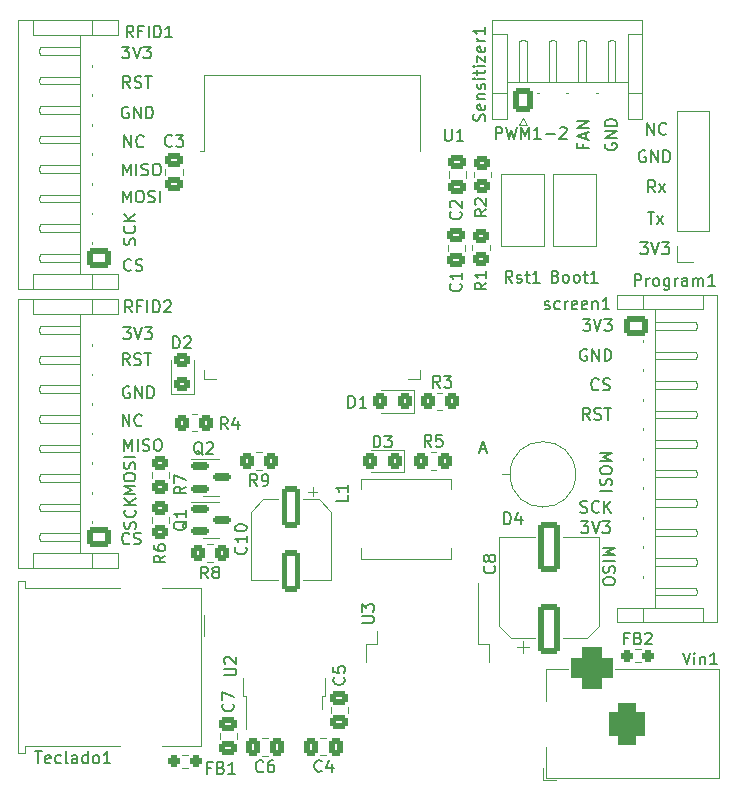
<source format=gto>
G04 #@! TF.GenerationSoftware,KiCad,Pcbnew,(6.0.1)*
G04 #@! TF.CreationDate,2022-05-20T19:42:18-05:00*
G04 #@! TF.ProjectId,esp32_2,65737033-325f-4322-9e6b-696361645f70,rev?*
G04 #@! TF.SameCoordinates,Original*
G04 #@! TF.FileFunction,Legend,Top*
G04 #@! TF.FilePolarity,Positive*
%FSLAX46Y46*%
G04 Gerber Fmt 4.6, Leading zero omitted, Abs format (unit mm)*
G04 Created by KiCad (PCBNEW (6.0.1)) date 2022-05-20 19:42:18*
%MOMM*%
%LPD*%
G01*
G04 APERTURE LIST*
G04 Aperture macros list*
%AMRoundRect*
0 Rectangle with rounded corners*
0 $1 Rounding radius*
0 $2 $3 $4 $5 $6 $7 $8 $9 X,Y pos of 4 corners*
0 Add a 4 corners polygon primitive as box body*
4,1,4,$2,$3,$4,$5,$6,$7,$8,$9,$2,$3,0*
0 Add four circle primitives for the rounded corners*
1,1,$1+$1,$2,$3*
1,1,$1+$1,$4,$5*
1,1,$1+$1,$6,$7*
1,1,$1+$1,$8,$9*
0 Add four rect primitives between the rounded corners*
20,1,$1+$1,$2,$3,$4,$5,0*
20,1,$1+$1,$4,$5,$6,$7,0*
20,1,$1+$1,$6,$7,$8,$9,0*
20,1,$1+$1,$8,$9,$2,$3,0*%
G04 Aperture macros list end*
%ADD10C,0.150000*%
%ADD11C,0.120000*%
%ADD12C,3.200000*%
%ADD13RoundRect,0.237500X0.250000X0.237500X-0.250000X0.237500X-0.250000X-0.237500X0.250000X-0.237500X0*%
%ADD14R,2.350000X3.000000*%
%ADD15R,3.500000X3.500000*%
%ADD16RoundRect,0.750000X0.750000X1.000000X-0.750000X1.000000X-0.750000X-1.000000X0.750000X-1.000000X0*%
%ADD17RoundRect,0.875000X0.875000X0.875000X-0.875000X0.875000X-0.875000X-0.875000X0.875000X-0.875000X0*%
%ADD18RoundRect,0.250000X0.450000X-0.350000X0.450000X0.350000X-0.450000X0.350000X-0.450000X-0.350000X0*%
%ADD19RoundRect,0.250000X0.725000X-0.600000X0.725000X0.600000X-0.725000X0.600000X-0.725000X-0.600000X0*%
%ADD20O,1.950000X1.700000*%
%ADD21RoundRect,0.250000X-0.350000X-0.450000X0.350000X-0.450000X0.350000X0.450000X-0.350000X0.450000X0*%
%ADD22R,1.500000X1.500000*%
%ADD23RoundRect,0.250000X0.325000X0.450000X-0.325000X0.450000X-0.325000X-0.450000X0.325000X-0.450000X0*%
%ADD24RoundRect,0.250000X-0.450000X0.350000X-0.450000X-0.350000X0.450000X-0.350000X0.450000X0.350000X0*%
%ADD25RoundRect,0.250000X-0.475000X0.337500X-0.475000X-0.337500X0.475000X-0.337500X0.475000X0.337500X0*%
%ADD26RoundRect,0.250000X-0.550000X1.500000X-0.550000X-1.500000X0.550000X-1.500000X0.550000X1.500000X0*%
%ADD27RoundRect,0.150000X-0.587500X-0.150000X0.587500X-0.150000X0.587500X0.150000X-0.587500X0.150000X0*%
%ADD28RoundRect,0.250000X0.337500X0.475000X-0.337500X0.475000X-0.337500X-0.475000X0.337500X-0.475000X0*%
%ADD29RoundRect,0.250000X0.450000X-0.325000X0.450000X0.325000X-0.450000X0.325000X-0.450000X-0.325000X0*%
%ADD30RoundRect,0.237500X-0.250000X-0.237500X0.250000X-0.237500X0.250000X0.237500X-0.250000X0.237500X0*%
%ADD31RoundRect,0.250000X0.475000X-0.337500X0.475000X0.337500X-0.475000X0.337500X-0.475000X-0.337500X0*%
%ADD32RoundRect,0.250000X0.700000X-1.825000X0.700000X1.825000X-0.700000X1.825000X-0.700000X-1.825000X0*%
%ADD33R,1.200000X2.200000*%
%ADD34R,5.800000X6.400000*%
%ADD35R,2.600000X2.600000*%
%ADD36O,2.600000X2.600000*%
%ADD37R,2.000000X0.900000*%
%ADD38R,0.900000X2.000000*%
%ADD39R,5.000000X5.000000*%
%ADD40RoundRect,0.250000X-0.725000X0.600000X-0.725000X-0.600000X0.725000X-0.600000X0.725000X0.600000X0*%
%ADD41RoundRect,0.250000X-0.337500X-0.475000X0.337500X-0.475000X0.337500X0.475000X-0.337500X0.475000X0*%
%ADD42R,1.500000X1.600000*%
%ADD43C,1.600000*%
%ADD44C,3.000000*%
%ADD45R,1.100000X4.600000*%
%ADD46R,10.800000X9.400000*%
%ADD47RoundRect,0.250000X-0.600000X-0.725000X0.600000X-0.725000X0.600000X0.725000X-0.600000X0.725000X0*%
%ADD48O,1.700000X1.950000*%
%ADD49RoundRect,0.250000X0.350000X0.450000X-0.350000X0.450000X-0.350000X-0.450000X0.350000X-0.450000X0*%
%ADD50R,1.700000X1.700000*%
%ADD51O,1.700000X1.700000*%
G04 APERTURE END LIST*
D10*
X135104285Y-38603180D02*
X135104285Y-37603180D01*
X135675714Y-38603180D01*
X135675714Y-37603180D01*
X136723333Y-38507942D02*
X136675714Y-38555561D01*
X136532857Y-38603180D01*
X136437619Y-38603180D01*
X136294761Y-38555561D01*
X136199523Y-38460323D01*
X136151904Y-38365085D01*
X136104285Y-38174609D01*
X136104285Y-38031752D01*
X136151904Y-37841276D01*
X136199523Y-37746038D01*
X136294761Y-37650800D01*
X136437619Y-37603180D01*
X136532857Y-37603180D01*
X136675714Y-37650800D01*
X136723333Y-37698419D01*
X135989961Y-46853314D02*
X136037580Y-46710457D01*
X136037580Y-46472361D01*
X135989961Y-46377123D01*
X135942342Y-46329504D01*
X135847104Y-46281885D01*
X135751866Y-46281885D01*
X135656628Y-46329504D01*
X135609009Y-46377123D01*
X135561390Y-46472361D01*
X135513771Y-46662838D01*
X135466152Y-46758076D01*
X135418533Y-46805695D01*
X135323295Y-46853314D01*
X135228057Y-46853314D01*
X135132819Y-46805695D01*
X135085200Y-46758076D01*
X135037580Y-46662838D01*
X135037580Y-46424742D01*
X135085200Y-46281885D01*
X135942342Y-45281885D02*
X135989961Y-45329504D01*
X136037580Y-45472361D01*
X136037580Y-45567600D01*
X135989961Y-45710457D01*
X135894723Y-45805695D01*
X135799485Y-45853314D01*
X135609009Y-45900933D01*
X135466152Y-45900933D01*
X135275676Y-45853314D01*
X135180438Y-45805695D01*
X135085200Y-45710457D01*
X135037580Y-45567600D01*
X135037580Y-45472361D01*
X135085200Y-45329504D01*
X135132819Y-45281885D01*
X136037580Y-44853314D02*
X135037580Y-44853314D01*
X136037580Y-44281885D02*
X135466152Y-44710457D01*
X135037580Y-44281885D02*
X135609009Y-44853314D01*
X134978971Y-43276780D02*
X134978971Y-42276780D01*
X135312304Y-42991066D01*
X135645638Y-42276780D01*
X135645638Y-43276780D01*
X136312304Y-42276780D02*
X136502780Y-42276780D01*
X136598019Y-42324400D01*
X136693257Y-42419638D01*
X136740876Y-42610114D01*
X136740876Y-42943447D01*
X136693257Y-43133923D01*
X136598019Y-43229161D01*
X136502780Y-43276780D01*
X136312304Y-43276780D01*
X136217066Y-43229161D01*
X136121828Y-43133923D01*
X136074209Y-42943447D01*
X136074209Y-42610114D01*
X136121828Y-42419638D01*
X136217066Y-42324400D01*
X136312304Y-42276780D01*
X137121828Y-43229161D02*
X137264685Y-43276780D01*
X137502780Y-43276780D01*
X137598019Y-43229161D01*
X137645638Y-43181542D01*
X137693257Y-43086304D01*
X137693257Y-42991066D01*
X137645638Y-42895828D01*
X137598019Y-42848209D01*
X137502780Y-42800590D01*
X137312304Y-42752971D01*
X137217066Y-42705352D01*
X137169447Y-42657733D01*
X137121828Y-42562495D01*
X137121828Y-42467257D01*
X137169447Y-42372019D01*
X137217066Y-42324400D01*
X137312304Y-42276780D01*
X137550400Y-42276780D01*
X137693257Y-42324400D01*
X138121828Y-43276780D02*
X138121828Y-42276780D01*
X135534495Y-58885200D02*
X135439257Y-58837580D01*
X135296400Y-58837580D01*
X135153542Y-58885200D01*
X135058304Y-58980438D01*
X135010685Y-59075676D01*
X134963066Y-59266152D01*
X134963066Y-59409009D01*
X135010685Y-59599485D01*
X135058304Y-59694723D01*
X135153542Y-59789961D01*
X135296400Y-59837580D01*
X135391638Y-59837580D01*
X135534495Y-59789961D01*
X135582114Y-59742342D01*
X135582114Y-59409009D01*
X135391638Y-59409009D01*
X136010685Y-59837580D02*
X136010685Y-58837580D01*
X136582114Y-59837580D01*
X136582114Y-58837580D01*
X137058304Y-59837580D02*
X137058304Y-58837580D01*
X137296400Y-58837580D01*
X137439257Y-58885200D01*
X137534495Y-58980438D01*
X137582114Y-59075676D01*
X137629733Y-59266152D01*
X137629733Y-59409009D01*
X137582114Y-59599485D01*
X137534495Y-59694723D01*
X137439257Y-59789961D01*
X137296400Y-59837580D01*
X137058304Y-59837580D01*
X173767904Y-70267580D02*
X174386952Y-70267580D01*
X174053619Y-70648533D01*
X174196476Y-70648533D01*
X174291714Y-70696152D01*
X174339333Y-70743771D01*
X174386952Y-70839009D01*
X174386952Y-71077104D01*
X174339333Y-71172342D01*
X174291714Y-71219961D01*
X174196476Y-71267580D01*
X173910761Y-71267580D01*
X173815523Y-71219961D01*
X173767904Y-71172342D01*
X174672666Y-70267580D02*
X175006000Y-71267580D01*
X175339333Y-70267580D01*
X175577428Y-70267580D02*
X176196476Y-70267580D01*
X175863142Y-70648533D01*
X176006000Y-70648533D01*
X176101238Y-70696152D01*
X176148857Y-70743771D01*
X176196476Y-70839009D01*
X176196476Y-71077104D01*
X176148857Y-71172342D01*
X176101238Y-71219961D01*
X176006000Y-71267580D01*
X175720285Y-71267580D01*
X175625047Y-71219961D01*
X175577428Y-71172342D01*
X175826800Y-38303104D02*
X175779180Y-38398342D01*
X175779180Y-38541200D01*
X175826800Y-38684057D01*
X175922038Y-38779295D01*
X176017276Y-38826914D01*
X176207752Y-38874533D01*
X176350609Y-38874533D01*
X176541085Y-38826914D01*
X176636323Y-38779295D01*
X176731561Y-38684057D01*
X176779180Y-38541200D01*
X176779180Y-38445961D01*
X176731561Y-38303104D01*
X176683942Y-38255485D01*
X176350609Y-38255485D01*
X176350609Y-38445961D01*
X176779180Y-37826914D02*
X175779180Y-37826914D01*
X176779180Y-37255485D01*
X175779180Y-37255485D01*
X176779180Y-36779295D02*
X175779180Y-36779295D01*
X175779180Y-36541200D01*
X175826800Y-36398342D01*
X175922038Y-36303104D01*
X176017276Y-36255485D01*
X176207752Y-36207866D01*
X176350609Y-36207866D01*
X176541085Y-36255485D01*
X176636323Y-36303104D01*
X176731561Y-36398342D01*
X176779180Y-36541200D01*
X176779180Y-36779295D01*
X175366419Y-64519371D02*
X176366419Y-64519371D01*
X175652133Y-64852704D01*
X176366419Y-65186038D01*
X175366419Y-65186038D01*
X176366419Y-65852704D02*
X176366419Y-66043180D01*
X176318800Y-66138419D01*
X176223561Y-66233657D01*
X176033085Y-66281276D01*
X175699752Y-66281276D01*
X175509276Y-66233657D01*
X175414038Y-66138419D01*
X175366419Y-66043180D01*
X175366419Y-65852704D01*
X175414038Y-65757466D01*
X175509276Y-65662228D01*
X175699752Y-65614609D01*
X176033085Y-65614609D01*
X176223561Y-65662228D01*
X176318800Y-65757466D01*
X176366419Y-65852704D01*
X175414038Y-66662228D02*
X175366419Y-66805085D01*
X175366419Y-67043180D01*
X175414038Y-67138419D01*
X175461657Y-67186038D01*
X175556895Y-67233657D01*
X175652133Y-67233657D01*
X175747371Y-67186038D01*
X175794990Y-67138419D01*
X175842609Y-67043180D01*
X175890228Y-66852704D01*
X175937847Y-66757466D01*
X175985466Y-66709847D01*
X176080704Y-66662228D01*
X176175942Y-66662228D01*
X176271180Y-66709847D01*
X176318800Y-66757466D01*
X176366419Y-66852704D01*
X176366419Y-67090800D01*
X176318800Y-67233657D01*
X175366419Y-67662228D02*
X176366419Y-67662228D01*
X175620419Y-72494971D02*
X176620419Y-72494971D01*
X175906133Y-72828304D01*
X176620419Y-73161638D01*
X175620419Y-73161638D01*
X175620419Y-73637828D02*
X176620419Y-73637828D01*
X175668038Y-74066400D02*
X175620419Y-74209257D01*
X175620419Y-74447352D01*
X175668038Y-74542590D01*
X175715657Y-74590209D01*
X175810895Y-74637828D01*
X175906133Y-74637828D01*
X176001371Y-74590209D01*
X176048990Y-74542590D01*
X176096609Y-74447352D01*
X176144228Y-74256876D01*
X176191847Y-74161638D01*
X176239466Y-74114019D01*
X176334704Y-74066400D01*
X176429942Y-74066400D01*
X176525180Y-74114019D01*
X176572800Y-74161638D01*
X176620419Y-74256876D01*
X176620419Y-74494971D01*
X176572800Y-74637828D01*
X176620419Y-75256876D02*
X176620419Y-75447352D01*
X176572800Y-75542590D01*
X176477561Y-75637828D01*
X176287085Y-75685447D01*
X175953752Y-75685447D01*
X175763276Y-75637828D01*
X175668038Y-75542590D01*
X175620419Y-75447352D01*
X175620419Y-75256876D01*
X175668038Y-75161638D01*
X175763276Y-75066400D01*
X175953752Y-75018780D01*
X176287085Y-75018780D01*
X176477561Y-75066400D01*
X176572800Y-75161638D01*
X176620419Y-75256876D01*
X135080571Y-64307980D02*
X135080571Y-63307980D01*
X135413904Y-64022266D01*
X135747238Y-63307980D01*
X135747238Y-64307980D01*
X136223428Y-64307980D02*
X136223428Y-63307980D01*
X136652000Y-64260361D02*
X136794857Y-64307980D01*
X137032952Y-64307980D01*
X137128190Y-64260361D01*
X137175809Y-64212742D01*
X137223428Y-64117504D01*
X137223428Y-64022266D01*
X137175809Y-63927028D01*
X137128190Y-63879409D01*
X137032952Y-63831790D01*
X136842476Y-63784171D01*
X136747238Y-63736552D01*
X136699619Y-63688933D01*
X136652000Y-63593695D01*
X136652000Y-63498457D01*
X136699619Y-63403219D01*
X136747238Y-63355600D01*
X136842476Y-63307980D01*
X137080571Y-63307980D01*
X137223428Y-63355600D01*
X137842476Y-63307980D02*
X138032952Y-63307980D01*
X138128190Y-63355600D01*
X138223428Y-63450838D01*
X138271047Y-63641314D01*
X138271047Y-63974647D01*
X138223428Y-64165123D01*
X138128190Y-64260361D01*
X138032952Y-64307980D01*
X137842476Y-64307980D01*
X137747238Y-64260361D01*
X137652000Y-64165123D01*
X137604380Y-63974647D01*
X137604380Y-63641314D01*
X137652000Y-63450838D01*
X137747238Y-63355600D01*
X137842476Y-63307980D01*
X173920304Y-53147980D02*
X174539352Y-53147980D01*
X174206019Y-53528933D01*
X174348876Y-53528933D01*
X174444114Y-53576552D01*
X174491733Y-53624171D01*
X174539352Y-53719409D01*
X174539352Y-53957504D01*
X174491733Y-54052742D01*
X174444114Y-54100361D01*
X174348876Y-54147980D01*
X174063161Y-54147980D01*
X173967923Y-54100361D01*
X173920304Y-54052742D01*
X174825066Y-53147980D02*
X175158400Y-54147980D01*
X175491733Y-53147980D01*
X175729828Y-53147980D02*
X176348876Y-53147980D01*
X176015542Y-53528933D01*
X176158400Y-53528933D01*
X176253638Y-53576552D01*
X176301257Y-53624171D01*
X176348876Y-53719409D01*
X176348876Y-53957504D01*
X176301257Y-54052742D01*
X176253638Y-54100361D01*
X176158400Y-54147980D01*
X175872685Y-54147980D01*
X175777447Y-54100361D01*
X175729828Y-54052742D01*
X173720285Y-69492761D02*
X173863142Y-69540380D01*
X174101238Y-69540380D01*
X174196476Y-69492761D01*
X174244095Y-69445142D01*
X174291714Y-69349904D01*
X174291714Y-69254666D01*
X174244095Y-69159428D01*
X174196476Y-69111809D01*
X174101238Y-69064190D01*
X173910761Y-69016571D01*
X173815523Y-68968952D01*
X173767904Y-68921333D01*
X173720285Y-68826095D01*
X173720285Y-68730857D01*
X173767904Y-68635619D01*
X173815523Y-68588000D01*
X173910761Y-68540380D01*
X174148857Y-68540380D01*
X174291714Y-68588000D01*
X175291714Y-69445142D02*
X175244095Y-69492761D01*
X175101238Y-69540380D01*
X175006000Y-69540380D01*
X174863142Y-69492761D01*
X174767904Y-69397523D01*
X174720285Y-69302285D01*
X174672666Y-69111809D01*
X174672666Y-68968952D01*
X174720285Y-68778476D01*
X174767904Y-68683238D01*
X174863142Y-68588000D01*
X175006000Y-68540380D01*
X175101238Y-68540380D01*
X175244095Y-68588000D01*
X175291714Y-68635619D01*
X175720285Y-69540380D02*
X175720285Y-68540380D01*
X176291714Y-69540380D02*
X175863142Y-68968952D01*
X176291714Y-68540380D02*
X175720285Y-69111809D01*
X134951885Y-62225180D02*
X134951885Y-61225180D01*
X135523314Y-62225180D01*
X135523314Y-61225180D01*
X136570933Y-62129942D02*
X136523314Y-62177561D01*
X136380457Y-62225180D01*
X136285219Y-62225180D01*
X136142361Y-62177561D01*
X136047123Y-62082323D01*
X135999504Y-61987085D01*
X135951885Y-61796609D01*
X135951885Y-61653752D01*
X135999504Y-61463276D01*
X136047123Y-61368038D01*
X136142361Y-61272800D01*
X136285219Y-61225180D01*
X136380457Y-61225180D01*
X136523314Y-61272800D01*
X136570933Y-61320419D01*
X174509180Y-61666380D02*
X174175847Y-61190190D01*
X173937752Y-61666380D02*
X173937752Y-60666380D01*
X174318704Y-60666380D01*
X174413942Y-60714000D01*
X174461561Y-60761619D01*
X174509180Y-60856857D01*
X174509180Y-60999714D01*
X174461561Y-61094952D01*
X174413942Y-61142571D01*
X174318704Y-61190190D01*
X173937752Y-61190190D01*
X174890133Y-61618761D02*
X175032990Y-61666380D01*
X175271085Y-61666380D01*
X175366323Y-61618761D01*
X175413942Y-61571142D01*
X175461561Y-61475904D01*
X175461561Y-61380666D01*
X175413942Y-61285428D01*
X175366323Y-61237809D01*
X175271085Y-61190190D01*
X175080609Y-61142571D01*
X174985371Y-61094952D01*
X174937752Y-61047333D01*
X174890133Y-60952095D01*
X174890133Y-60856857D01*
X174937752Y-60761619D01*
X174985371Y-60714000D01*
X175080609Y-60666380D01*
X175318704Y-60666380D01*
X175461561Y-60714000D01*
X175747276Y-60666380D02*
X176318704Y-60666380D01*
X176032990Y-61666380D02*
X176032990Y-60666380D01*
X179395523Y-44105580D02*
X179966952Y-44105580D01*
X179681238Y-45105580D02*
X179681238Y-44105580D01*
X180205047Y-45105580D02*
X180728857Y-44438914D01*
X180205047Y-44438914D02*
X180728857Y-45105580D01*
X135672533Y-48972742D02*
X135624914Y-49020361D01*
X135482057Y-49067980D01*
X135386819Y-49067980D01*
X135243961Y-49020361D01*
X135148723Y-48925123D01*
X135101104Y-48829885D01*
X135053485Y-48639409D01*
X135053485Y-48496552D01*
X135101104Y-48306076D01*
X135148723Y-48210838D01*
X135243961Y-48115600D01*
X135386819Y-48067980D01*
X135482057Y-48067980D01*
X135624914Y-48115600D01*
X135672533Y-48163219D01*
X136053485Y-49020361D02*
X136196342Y-49067980D01*
X136434438Y-49067980D01*
X136529676Y-49020361D01*
X136577295Y-48972742D01*
X136624914Y-48877504D01*
X136624914Y-48782266D01*
X136577295Y-48687028D01*
X136529676Y-48639409D01*
X136434438Y-48591790D01*
X136243961Y-48544171D01*
X136148723Y-48496552D01*
X136101104Y-48448933D01*
X136053485Y-48353695D01*
X136053485Y-48258457D01*
X136101104Y-48163219D01*
X136148723Y-48115600D01*
X136243961Y-48067980D01*
X136482057Y-48067980D01*
X136624914Y-48115600D01*
X135007504Y-53859180D02*
X135626552Y-53859180D01*
X135293219Y-54240133D01*
X135436076Y-54240133D01*
X135531314Y-54287752D01*
X135578933Y-54335371D01*
X135626552Y-54430609D01*
X135626552Y-54668704D01*
X135578933Y-54763942D01*
X135531314Y-54811561D01*
X135436076Y-54859180D01*
X135150361Y-54859180D01*
X135055123Y-54811561D01*
X135007504Y-54763942D01*
X135912266Y-53859180D02*
X136245600Y-54859180D01*
X136578933Y-53859180D01*
X136817028Y-53859180D02*
X137436076Y-53859180D01*
X137102742Y-54240133D01*
X137245600Y-54240133D01*
X137340838Y-54287752D01*
X137388457Y-54335371D01*
X137436076Y-54430609D01*
X137436076Y-54668704D01*
X137388457Y-54763942D01*
X137340838Y-54811561D01*
X137245600Y-54859180D01*
X136959885Y-54859180D01*
X136864647Y-54811561D01*
X136817028Y-54763942D01*
X136040761Y-70881714D02*
X136088380Y-70738857D01*
X136088380Y-70500761D01*
X136040761Y-70405523D01*
X135993142Y-70357904D01*
X135897904Y-70310285D01*
X135802666Y-70310285D01*
X135707428Y-70357904D01*
X135659809Y-70405523D01*
X135612190Y-70500761D01*
X135564571Y-70691238D01*
X135516952Y-70786476D01*
X135469333Y-70834095D01*
X135374095Y-70881714D01*
X135278857Y-70881714D01*
X135183619Y-70834095D01*
X135136000Y-70786476D01*
X135088380Y-70691238D01*
X135088380Y-70453142D01*
X135136000Y-70310285D01*
X135993142Y-69310285D02*
X136040761Y-69357904D01*
X136088380Y-69500761D01*
X136088380Y-69596000D01*
X136040761Y-69738857D01*
X135945523Y-69834095D01*
X135850285Y-69881714D01*
X135659809Y-69929333D01*
X135516952Y-69929333D01*
X135326476Y-69881714D01*
X135231238Y-69834095D01*
X135136000Y-69738857D01*
X135088380Y-69596000D01*
X135088380Y-69500761D01*
X135136000Y-69357904D01*
X135183619Y-69310285D01*
X136088380Y-68881714D02*
X135088380Y-68881714D01*
X136088380Y-68310285D02*
X135516952Y-68738857D01*
X135088380Y-68310285D02*
X135659809Y-68881714D01*
X166543409Y-37891980D02*
X166543409Y-36891980D01*
X166924361Y-36891980D01*
X167019600Y-36939600D01*
X167067219Y-36987219D01*
X167114838Y-37082457D01*
X167114838Y-37225314D01*
X167067219Y-37320552D01*
X167019600Y-37368171D01*
X166924361Y-37415790D01*
X166543409Y-37415790D01*
X167448171Y-36891980D02*
X167686266Y-37891980D01*
X167876742Y-37177695D01*
X168067219Y-37891980D01*
X168305314Y-36891980D01*
X168686266Y-37891980D02*
X168686266Y-36891980D01*
X169019600Y-37606266D01*
X169352933Y-36891980D01*
X169352933Y-37891980D01*
X170352933Y-37891980D02*
X169781504Y-37891980D01*
X170067219Y-37891980D02*
X170067219Y-36891980D01*
X169971980Y-37034838D01*
X169876742Y-37130076D01*
X169781504Y-37177695D01*
X170781504Y-37511028D02*
X171543409Y-37511028D01*
X171971980Y-36987219D02*
X172019600Y-36939600D01*
X172114838Y-36891980D01*
X172352933Y-36891980D01*
X172448171Y-36939600D01*
X172495790Y-36987219D01*
X172543409Y-37082457D01*
X172543409Y-37177695D01*
X172495790Y-37320552D01*
X171924361Y-37891980D01*
X172543409Y-37891980D01*
X134978971Y-40990780D02*
X134978971Y-39990780D01*
X135312304Y-40705066D01*
X135645638Y-39990780D01*
X135645638Y-40990780D01*
X136121828Y-40990780D02*
X136121828Y-39990780D01*
X136550400Y-40943161D02*
X136693257Y-40990780D01*
X136931352Y-40990780D01*
X137026590Y-40943161D01*
X137074209Y-40895542D01*
X137121828Y-40800304D01*
X137121828Y-40705066D01*
X137074209Y-40609828D01*
X137026590Y-40562209D01*
X136931352Y-40514590D01*
X136740876Y-40466971D01*
X136645638Y-40419352D01*
X136598019Y-40371733D01*
X136550400Y-40276495D01*
X136550400Y-40181257D01*
X136598019Y-40086019D01*
X136645638Y-40038400D01*
X136740876Y-39990780D01*
X136978971Y-39990780D01*
X137121828Y-40038400D01*
X137740876Y-39990780D02*
X137931352Y-39990780D01*
X138026590Y-40038400D01*
X138121828Y-40133638D01*
X138169447Y-40324114D01*
X138169447Y-40657447D01*
X138121828Y-40847923D01*
X138026590Y-40943161D01*
X137931352Y-40990780D01*
X137740876Y-40990780D01*
X137645638Y-40943161D01*
X137550400Y-40847923D01*
X137502780Y-40657447D01*
X137502780Y-40324114D01*
X137550400Y-40133638D01*
X137645638Y-40038400D01*
X137740876Y-39990780D01*
X175245733Y-59081942D02*
X175198114Y-59129561D01*
X175055257Y-59177180D01*
X174960019Y-59177180D01*
X174817161Y-59129561D01*
X174721923Y-59034323D01*
X174674304Y-58939085D01*
X174626685Y-58748609D01*
X174626685Y-58605752D01*
X174674304Y-58415276D01*
X174721923Y-58320038D01*
X174817161Y-58224800D01*
X174960019Y-58177180D01*
X175055257Y-58177180D01*
X175198114Y-58224800D01*
X175245733Y-58272419D01*
X175626685Y-59129561D02*
X175769542Y-59177180D01*
X176007638Y-59177180D01*
X176102876Y-59129561D01*
X176150495Y-59081942D01*
X176198114Y-58986704D01*
X176198114Y-58891466D01*
X176150495Y-58796228D01*
X176102876Y-58748609D01*
X176007638Y-58700990D01*
X175817161Y-58653371D01*
X175721923Y-58605752D01*
X175674304Y-58558133D01*
X175626685Y-58462895D01*
X175626685Y-58367657D01*
X175674304Y-58272419D01*
X175721923Y-58224800D01*
X175817161Y-58177180D01*
X176055257Y-58177180D01*
X176198114Y-58224800D01*
X135520133Y-72137542D02*
X135472514Y-72185161D01*
X135329657Y-72232780D01*
X135234419Y-72232780D01*
X135091561Y-72185161D01*
X134996323Y-72089923D01*
X134948704Y-71994685D01*
X134901085Y-71804209D01*
X134901085Y-71661352D01*
X134948704Y-71470876D01*
X134996323Y-71375638D01*
X135091561Y-71280400D01*
X135234419Y-71232780D01*
X135329657Y-71232780D01*
X135472514Y-71280400D01*
X135520133Y-71328019D01*
X135901085Y-72185161D02*
X136043942Y-72232780D01*
X136282038Y-72232780D01*
X136377276Y-72185161D01*
X136424895Y-72137542D01*
X136472514Y-72042304D01*
X136472514Y-71947066D01*
X136424895Y-71851828D01*
X136377276Y-71804209D01*
X136282038Y-71756590D01*
X136091561Y-71708971D01*
X135996323Y-71661352D01*
X135948704Y-71613733D01*
X135901085Y-71518495D01*
X135901085Y-71423257D01*
X135948704Y-71328019D01*
X135996323Y-71280400D01*
X136091561Y-71232780D01*
X136329657Y-71232780D01*
X136472514Y-71280400D01*
X134905904Y-30084780D02*
X135524952Y-30084780D01*
X135191619Y-30465733D01*
X135334476Y-30465733D01*
X135429714Y-30513352D01*
X135477333Y-30560971D01*
X135524952Y-30656209D01*
X135524952Y-30894304D01*
X135477333Y-30989542D01*
X135429714Y-31037161D01*
X135334476Y-31084780D01*
X135048761Y-31084780D01*
X134953523Y-31037161D01*
X134905904Y-30989542D01*
X135810666Y-30084780D02*
X136144000Y-31084780D01*
X136477333Y-30084780D01*
X136715428Y-30084780D02*
X137334476Y-30084780D01*
X137001142Y-30465733D01*
X137144000Y-30465733D01*
X137239238Y-30513352D01*
X137286857Y-30560971D01*
X137334476Y-30656209D01*
X137334476Y-30894304D01*
X137286857Y-30989542D01*
X137239238Y-31037161D01*
X137144000Y-31084780D01*
X136858285Y-31084780D01*
X136763047Y-31037161D01*
X136715428Y-30989542D01*
X135545580Y-57043580D02*
X135212247Y-56567390D01*
X134974152Y-57043580D02*
X134974152Y-56043580D01*
X135355104Y-56043580D01*
X135450342Y-56091200D01*
X135497961Y-56138819D01*
X135545580Y-56234057D01*
X135545580Y-56376914D01*
X135497961Y-56472152D01*
X135450342Y-56519771D01*
X135355104Y-56567390D01*
X134974152Y-56567390D01*
X135926533Y-56995961D02*
X136069390Y-57043580D01*
X136307485Y-57043580D01*
X136402723Y-56995961D01*
X136450342Y-56948342D01*
X136497961Y-56853104D01*
X136497961Y-56757866D01*
X136450342Y-56662628D01*
X136402723Y-56615009D01*
X136307485Y-56567390D01*
X136117009Y-56519771D01*
X136021771Y-56472152D01*
X135974152Y-56424533D01*
X135926533Y-56329295D01*
X135926533Y-56234057D01*
X135974152Y-56138819D01*
X136021771Y-56091200D01*
X136117009Y-56043580D01*
X136355104Y-56043580D01*
X136497961Y-56091200D01*
X136783676Y-56043580D02*
X137355104Y-56043580D01*
X137069390Y-57043580D02*
X137069390Y-56043580D01*
X135432895Y-35212400D02*
X135337657Y-35164780D01*
X135194800Y-35164780D01*
X135051942Y-35212400D01*
X134956704Y-35307638D01*
X134909085Y-35402876D01*
X134861466Y-35593352D01*
X134861466Y-35736209D01*
X134909085Y-35926685D01*
X134956704Y-36021923D01*
X135051942Y-36117161D01*
X135194800Y-36164780D01*
X135290038Y-36164780D01*
X135432895Y-36117161D01*
X135480514Y-36069542D01*
X135480514Y-35736209D01*
X135290038Y-35736209D01*
X135909085Y-36164780D02*
X135909085Y-35164780D01*
X136480514Y-36164780D01*
X136480514Y-35164780D01*
X136956704Y-36164780D02*
X136956704Y-35164780D01*
X137194800Y-35164780D01*
X137337657Y-35212400D01*
X137432895Y-35307638D01*
X137480514Y-35402876D01*
X137528133Y-35593352D01*
X137528133Y-35736209D01*
X137480514Y-35926685D01*
X137432895Y-36021923D01*
X137337657Y-36117161D01*
X137194800Y-36164780D01*
X136956704Y-36164780D01*
X135596380Y-33573980D02*
X135263047Y-33097790D01*
X135024952Y-33573980D02*
X135024952Y-32573980D01*
X135405904Y-32573980D01*
X135501142Y-32621600D01*
X135548761Y-32669219D01*
X135596380Y-32764457D01*
X135596380Y-32907314D01*
X135548761Y-33002552D01*
X135501142Y-33050171D01*
X135405904Y-33097790D01*
X135024952Y-33097790D01*
X135977333Y-33526361D02*
X136120190Y-33573980D01*
X136358285Y-33573980D01*
X136453523Y-33526361D01*
X136501142Y-33478742D01*
X136548761Y-33383504D01*
X136548761Y-33288266D01*
X136501142Y-33193028D01*
X136453523Y-33145409D01*
X136358285Y-33097790D01*
X136167809Y-33050171D01*
X136072571Y-33002552D01*
X136024952Y-32954933D01*
X135977333Y-32859695D01*
X135977333Y-32764457D01*
X136024952Y-32669219D01*
X136072571Y-32621600D01*
X136167809Y-32573980D01*
X136405904Y-32573980D01*
X136548761Y-32621600D01*
X136834476Y-32573980D02*
X137405904Y-32573980D01*
X137120190Y-33573980D02*
X137120190Y-32573980D01*
X179222495Y-38920800D02*
X179127257Y-38873180D01*
X178984400Y-38873180D01*
X178841542Y-38920800D01*
X178746304Y-39016038D01*
X178698685Y-39111276D01*
X178651066Y-39301752D01*
X178651066Y-39444609D01*
X178698685Y-39635085D01*
X178746304Y-39730323D01*
X178841542Y-39825561D01*
X178984400Y-39873180D01*
X179079638Y-39873180D01*
X179222495Y-39825561D01*
X179270114Y-39777942D01*
X179270114Y-39444609D01*
X179079638Y-39444609D01*
X179698685Y-39873180D02*
X179698685Y-38873180D01*
X180270114Y-39873180D01*
X180270114Y-38873180D01*
X180746304Y-39873180D02*
X180746304Y-38873180D01*
X180984400Y-38873180D01*
X181127257Y-38920800D01*
X181222495Y-39016038D01*
X181270114Y-39111276D01*
X181317733Y-39301752D01*
X181317733Y-39444609D01*
X181270114Y-39635085D01*
X181222495Y-39730323D01*
X181127257Y-39825561D01*
X180984400Y-39873180D01*
X180746304Y-39873180D01*
X174244095Y-55735600D02*
X174148857Y-55687980D01*
X174006000Y-55687980D01*
X173863142Y-55735600D01*
X173767904Y-55830838D01*
X173720285Y-55926076D01*
X173672666Y-56116552D01*
X173672666Y-56259409D01*
X173720285Y-56449885D01*
X173767904Y-56545123D01*
X173863142Y-56640361D01*
X174006000Y-56687980D01*
X174101238Y-56687980D01*
X174244095Y-56640361D01*
X174291714Y-56592742D01*
X174291714Y-56259409D01*
X174101238Y-56259409D01*
X174720285Y-56687980D02*
X174720285Y-55687980D01*
X175291714Y-56687980D01*
X175291714Y-55687980D01*
X175767904Y-56687980D02*
X175767904Y-55687980D01*
X176006000Y-55687980D01*
X176148857Y-55735600D01*
X176244095Y-55830838D01*
X176291714Y-55926076D01*
X176339333Y-56116552D01*
X176339333Y-56259409D01*
X176291714Y-56449885D01*
X176244095Y-56545123D01*
X176148857Y-56640361D01*
X176006000Y-56687980D01*
X175767904Y-56687980D01*
X179351085Y-37536380D02*
X179351085Y-36536380D01*
X179922514Y-37536380D01*
X179922514Y-36536380D01*
X180970133Y-37441142D02*
X180922514Y-37488761D01*
X180779657Y-37536380D01*
X180684419Y-37536380D01*
X180541561Y-37488761D01*
X180446323Y-37393523D01*
X180398704Y-37298285D01*
X180351085Y-37107809D01*
X180351085Y-36964952D01*
X180398704Y-36774476D01*
X180446323Y-36679238D01*
X180541561Y-36584000D01*
X180684419Y-36536380D01*
X180779657Y-36536380D01*
X180922514Y-36584000D01*
X180970133Y-36631619D01*
X136037580Y-67967028D02*
X135037580Y-67967028D01*
X135751866Y-67633695D01*
X135037580Y-67300361D01*
X136037580Y-67300361D01*
X135037580Y-66633695D02*
X135037580Y-66443219D01*
X135085200Y-66347980D01*
X135180438Y-66252742D01*
X135370914Y-66205123D01*
X135704247Y-66205123D01*
X135894723Y-66252742D01*
X135989961Y-66347980D01*
X136037580Y-66443219D01*
X136037580Y-66633695D01*
X135989961Y-66728933D01*
X135894723Y-66824171D01*
X135704247Y-66871790D01*
X135370914Y-66871790D01*
X135180438Y-66824171D01*
X135085200Y-66728933D01*
X135037580Y-66633695D01*
X135989961Y-65824171D02*
X136037580Y-65681314D01*
X136037580Y-65443219D01*
X135989961Y-65347980D01*
X135942342Y-65300361D01*
X135847104Y-65252742D01*
X135751866Y-65252742D01*
X135656628Y-65300361D01*
X135609009Y-65347980D01*
X135561390Y-65443219D01*
X135513771Y-65633695D01*
X135466152Y-65728933D01*
X135418533Y-65776552D01*
X135323295Y-65824171D01*
X135228057Y-65824171D01*
X135132819Y-65776552D01*
X135085200Y-65728933D01*
X135037580Y-65633695D01*
X135037580Y-65395600D01*
X135085200Y-65252742D01*
X136037580Y-64824171D02*
X135037580Y-64824171D01*
X173918571Y-38350723D02*
X173918571Y-38684057D01*
X174442380Y-38684057D02*
X173442380Y-38684057D01*
X173442380Y-38207866D01*
X174156666Y-37874533D02*
X174156666Y-37398342D01*
X174442380Y-37969771D02*
X173442380Y-37636438D01*
X174442380Y-37303104D01*
X174442380Y-36969771D02*
X173442380Y-36969771D01*
X174442380Y-36398342D01*
X173442380Y-36398342D01*
X180041561Y-42413180D02*
X179708228Y-41936990D01*
X179470133Y-42413180D02*
X179470133Y-41413180D01*
X179851085Y-41413180D01*
X179946323Y-41460800D01*
X179993942Y-41508419D01*
X180041561Y-41603657D01*
X180041561Y-41746514D01*
X179993942Y-41841752D01*
X179946323Y-41889371D01*
X179851085Y-41936990D01*
X179470133Y-41936990D01*
X180374895Y-42413180D02*
X180898704Y-41746514D01*
X180374895Y-41746514D02*
X180898704Y-42413180D01*
X178797104Y-46645580D02*
X179416152Y-46645580D01*
X179082819Y-47026533D01*
X179225676Y-47026533D01*
X179320914Y-47074152D01*
X179368533Y-47121771D01*
X179416152Y-47217009D01*
X179416152Y-47455104D01*
X179368533Y-47550342D01*
X179320914Y-47597961D01*
X179225676Y-47645580D01*
X178939961Y-47645580D01*
X178844723Y-47597961D01*
X178797104Y-47550342D01*
X179701866Y-46645580D02*
X180035200Y-47645580D01*
X180368533Y-46645580D01*
X180606628Y-46645580D02*
X181225676Y-46645580D01*
X180892342Y-47026533D01*
X181035200Y-47026533D01*
X181130438Y-47074152D01*
X181178057Y-47121771D01*
X181225676Y-47217009D01*
X181225676Y-47455104D01*
X181178057Y-47550342D01*
X181130438Y-47597961D01*
X181035200Y-47645580D01*
X180749485Y-47645580D01*
X180654247Y-47597961D01*
X180606628Y-47550342D01*
X177730566Y-80164171D02*
X177397233Y-80164171D01*
X177397233Y-80687980D02*
X177397233Y-79687980D01*
X177873423Y-79687980D01*
X178587709Y-80164171D02*
X178730566Y-80211790D01*
X178778185Y-80259409D01*
X178825804Y-80354647D01*
X178825804Y-80497504D01*
X178778185Y-80592742D01*
X178730566Y-80640361D01*
X178635328Y-80687980D01*
X178254376Y-80687980D01*
X178254376Y-79687980D01*
X178587709Y-79687980D01*
X178682947Y-79735600D01*
X178730566Y-79783219D01*
X178778185Y-79878457D01*
X178778185Y-79973695D01*
X178730566Y-80068933D01*
X178682947Y-80116552D01*
X178587709Y-80164171D01*
X178254376Y-80164171D01*
X179206757Y-79783219D02*
X179254376Y-79735600D01*
X179349614Y-79687980D01*
X179587709Y-79687980D01*
X179682947Y-79735600D01*
X179730566Y-79783219D01*
X179778185Y-79878457D01*
X179778185Y-79973695D01*
X179730566Y-80116552D01*
X179159138Y-80687980D01*
X179778185Y-80687980D01*
X154010080Y-68049066D02*
X154010080Y-68525257D01*
X153010080Y-68525257D01*
X154010080Y-67191923D02*
X154010080Y-67763352D01*
X154010080Y-67477638D02*
X153010080Y-67477638D01*
X153152938Y-67572876D01*
X153248176Y-67668114D01*
X153295795Y-67763352D01*
X182363900Y-81387980D02*
X182697233Y-82387980D01*
X183030566Y-81387980D01*
X183363900Y-82387980D02*
X183363900Y-81721314D01*
X183363900Y-81387980D02*
X183316280Y-81435600D01*
X183363900Y-81483219D01*
X183411519Y-81435600D01*
X183363900Y-81387980D01*
X183363900Y-81483219D01*
X183840090Y-81721314D02*
X183840090Y-82387980D01*
X183840090Y-81816552D02*
X183887709Y-81768933D01*
X183982947Y-81721314D01*
X184125804Y-81721314D01*
X184221042Y-81768933D01*
X184268661Y-81864171D01*
X184268661Y-82387980D01*
X185268661Y-82387980D02*
X184697233Y-82387980D01*
X184982947Y-82387980D02*
X184982947Y-81387980D01*
X184887709Y-81530838D01*
X184792471Y-81626076D01*
X184697233Y-81673695D01*
X165752380Y-43866666D02*
X165276190Y-44200000D01*
X165752380Y-44438095D02*
X164752380Y-44438095D01*
X164752380Y-44057142D01*
X164800000Y-43961904D01*
X164847619Y-43914285D01*
X164942857Y-43866666D01*
X165085714Y-43866666D01*
X165180952Y-43914285D01*
X165228571Y-43961904D01*
X165276190Y-44057142D01*
X165276190Y-44438095D01*
X164847619Y-43485714D02*
X164800000Y-43438095D01*
X164752380Y-43342857D01*
X164752380Y-43104761D01*
X164800000Y-43009523D01*
X164847619Y-42961904D01*
X164942857Y-42914285D01*
X165038095Y-42914285D01*
X165180952Y-42961904D01*
X165752380Y-43533333D01*
X165752380Y-42914285D01*
X135862466Y-29306780D02*
X135529133Y-28830590D01*
X135291038Y-29306780D02*
X135291038Y-28306780D01*
X135671990Y-28306780D01*
X135767228Y-28354400D01*
X135814847Y-28402019D01*
X135862466Y-28497257D01*
X135862466Y-28640114D01*
X135814847Y-28735352D01*
X135767228Y-28782971D01*
X135671990Y-28830590D01*
X135291038Y-28830590D01*
X136624371Y-28782971D02*
X136291038Y-28782971D01*
X136291038Y-29306780D02*
X136291038Y-28306780D01*
X136767228Y-28306780D01*
X137148180Y-29306780D02*
X137148180Y-28306780D01*
X137624371Y-29306780D02*
X137624371Y-28306780D01*
X137862466Y-28306780D01*
X138005323Y-28354400D01*
X138100561Y-28449638D01*
X138148180Y-28544876D01*
X138195800Y-28735352D01*
X138195800Y-28878209D01*
X138148180Y-29068685D01*
X138100561Y-29163923D01*
X138005323Y-29259161D01*
X137862466Y-29306780D01*
X137624371Y-29306780D01*
X139148180Y-29306780D02*
X138576752Y-29306780D01*
X138862466Y-29306780D02*
X138862466Y-28306780D01*
X138767228Y-28449638D01*
X138671990Y-28544876D01*
X138576752Y-28592495D01*
X161833333Y-58952380D02*
X161500000Y-58476190D01*
X161261904Y-58952380D02*
X161261904Y-57952380D01*
X161642857Y-57952380D01*
X161738095Y-58000000D01*
X161785714Y-58047619D01*
X161833333Y-58142857D01*
X161833333Y-58285714D01*
X161785714Y-58380952D01*
X161738095Y-58428571D01*
X161642857Y-58476190D01*
X161261904Y-58476190D01*
X162166666Y-57952380D02*
X162785714Y-57952380D01*
X162452380Y-58333333D01*
X162595238Y-58333333D01*
X162690476Y-58380952D01*
X162738095Y-58428571D01*
X162785714Y-58523809D01*
X162785714Y-58761904D01*
X162738095Y-58857142D01*
X162690476Y-58904761D01*
X162595238Y-58952380D01*
X162309523Y-58952380D01*
X162214285Y-58904761D01*
X162166666Y-58857142D01*
X167942857Y-50052380D02*
X167609523Y-49576190D01*
X167371428Y-50052380D02*
X167371428Y-49052380D01*
X167752380Y-49052380D01*
X167847619Y-49100000D01*
X167895238Y-49147619D01*
X167942857Y-49242857D01*
X167942857Y-49385714D01*
X167895238Y-49480952D01*
X167847619Y-49528571D01*
X167752380Y-49576190D01*
X167371428Y-49576190D01*
X168323809Y-50004761D02*
X168419047Y-50052380D01*
X168609523Y-50052380D01*
X168704761Y-50004761D01*
X168752380Y-49909523D01*
X168752380Y-49861904D01*
X168704761Y-49766666D01*
X168609523Y-49719047D01*
X168466666Y-49719047D01*
X168371428Y-49671428D01*
X168323809Y-49576190D01*
X168323809Y-49528571D01*
X168371428Y-49433333D01*
X168466666Y-49385714D01*
X168609523Y-49385714D01*
X168704761Y-49433333D01*
X169038095Y-49385714D02*
X169419047Y-49385714D01*
X169180952Y-49052380D02*
X169180952Y-49909523D01*
X169228571Y-50004761D01*
X169323809Y-50052380D01*
X169419047Y-50052380D01*
X170276190Y-50052380D02*
X169704761Y-50052380D01*
X169990476Y-50052380D02*
X169990476Y-49052380D01*
X169895238Y-49195238D01*
X169800000Y-49290476D01*
X169704761Y-49338095D01*
X154061904Y-60652380D02*
X154061904Y-59652380D01*
X154300000Y-59652380D01*
X154442857Y-59700000D01*
X154538095Y-59795238D01*
X154585714Y-59890476D01*
X154633333Y-60080952D01*
X154633333Y-60223809D01*
X154585714Y-60414285D01*
X154538095Y-60509523D01*
X154442857Y-60604761D01*
X154300000Y-60652380D01*
X154061904Y-60652380D01*
X155585714Y-60652380D02*
X155014285Y-60652380D01*
X155300000Y-60652380D02*
X155300000Y-59652380D01*
X155204761Y-59795238D01*
X155109523Y-59890476D01*
X155014285Y-59938095D01*
X165752380Y-50066666D02*
X165276190Y-50400000D01*
X165752380Y-50638095D02*
X164752380Y-50638095D01*
X164752380Y-50257142D01*
X164800000Y-50161904D01*
X164847619Y-50114285D01*
X164942857Y-50066666D01*
X165085714Y-50066666D01*
X165180952Y-50114285D01*
X165228571Y-50161904D01*
X165276190Y-50257142D01*
X165276190Y-50638095D01*
X165752380Y-49114285D02*
X165752380Y-49685714D01*
X165752380Y-49400000D02*
X164752380Y-49400000D01*
X164895238Y-49495238D01*
X164990476Y-49590476D01*
X165038095Y-49685714D01*
X153671542Y-83478666D02*
X153719161Y-83526285D01*
X153766780Y-83669142D01*
X153766780Y-83764380D01*
X153719161Y-83907238D01*
X153623923Y-84002476D01*
X153528685Y-84050095D01*
X153338209Y-84097714D01*
X153195352Y-84097714D01*
X153004876Y-84050095D01*
X152909638Y-84002476D01*
X152814400Y-83907238D01*
X152766780Y-83764380D01*
X152766780Y-83669142D01*
X152814400Y-83526285D01*
X152862019Y-83478666D01*
X152766780Y-82573904D02*
X152766780Y-83050095D01*
X153242971Y-83097714D01*
X153195352Y-83050095D01*
X153147733Y-82954857D01*
X153147733Y-82716761D01*
X153195352Y-82621523D01*
X153242971Y-82573904D01*
X153338209Y-82526285D01*
X153576304Y-82526285D01*
X153671542Y-82573904D01*
X153719161Y-82621523D01*
X153766780Y-82716761D01*
X153766780Y-82954857D01*
X153719161Y-83050095D01*
X153671542Y-83097714D01*
X145357142Y-72442857D02*
X145404761Y-72490476D01*
X145452380Y-72633333D01*
X145452380Y-72728571D01*
X145404761Y-72871428D01*
X145309523Y-72966666D01*
X145214285Y-73014285D01*
X145023809Y-73061904D01*
X144880952Y-73061904D01*
X144690476Y-73014285D01*
X144595238Y-72966666D01*
X144500000Y-72871428D01*
X144452380Y-72728571D01*
X144452380Y-72633333D01*
X144500000Y-72490476D01*
X144547619Y-72442857D01*
X145452380Y-71490476D02*
X145452380Y-72061904D01*
X145452380Y-71776190D02*
X144452380Y-71776190D01*
X144595238Y-71871428D01*
X144690476Y-71966666D01*
X144738095Y-72061904D01*
X144452380Y-70871428D02*
X144452380Y-70776190D01*
X144500000Y-70680952D01*
X144547619Y-70633333D01*
X144642857Y-70585714D01*
X144833333Y-70538095D01*
X145071428Y-70538095D01*
X145261904Y-70585714D01*
X145357142Y-70633333D01*
X145404761Y-70680952D01*
X145452380Y-70776190D01*
X145452380Y-70871428D01*
X145404761Y-70966666D01*
X145357142Y-71014285D01*
X145261904Y-71061904D01*
X145071428Y-71109523D01*
X144833333Y-71109523D01*
X144642857Y-71061904D01*
X144547619Y-71014285D01*
X144500000Y-70966666D01*
X144452380Y-70871428D01*
X135768366Y-52573180D02*
X135435033Y-52096990D01*
X135196938Y-52573180D02*
X135196938Y-51573180D01*
X135577890Y-51573180D01*
X135673128Y-51620800D01*
X135720747Y-51668419D01*
X135768366Y-51763657D01*
X135768366Y-51906514D01*
X135720747Y-52001752D01*
X135673128Y-52049371D01*
X135577890Y-52096990D01*
X135196938Y-52096990D01*
X136530271Y-52049371D02*
X136196938Y-52049371D01*
X136196938Y-52573180D02*
X136196938Y-51573180D01*
X136673128Y-51573180D01*
X137054080Y-52573180D02*
X137054080Y-51573180D01*
X137530271Y-52573180D02*
X137530271Y-51573180D01*
X137768366Y-51573180D01*
X137911223Y-51620800D01*
X138006461Y-51716038D01*
X138054080Y-51811276D01*
X138101700Y-52001752D01*
X138101700Y-52144609D01*
X138054080Y-52335085D01*
X138006461Y-52430323D01*
X137911223Y-52525561D01*
X137768366Y-52573180D01*
X137530271Y-52573180D01*
X138482652Y-51668419D02*
X138530271Y-51620800D01*
X138625509Y-51573180D01*
X138863604Y-51573180D01*
X138958842Y-51620800D01*
X139006461Y-51668419D01*
X139054080Y-51763657D01*
X139054080Y-51858895D01*
X139006461Y-52001752D01*
X138435033Y-52573180D01*
X139054080Y-52573180D01*
X140390819Y-70250038D02*
X140343200Y-70345276D01*
X140247961Y-70440514D01*
X140105104Y-70583371D01*
X140057485Y-70678609D01*
X140057485Y-70773847D01*
X140295580Y-70726228D02*
X140247961Y-70821466D01*
X140152723Y-70916704D01*
X139962247Y-70964323D01*
X139628914Y-70964323D01*
X139438438Y-70916704D01*
X139343200Y-70821466D01*
X139295580Y-70726228D01*
X139295580Y-70535752D01*
X139343200Y-70440514D01*
X139438438Y-70345276D01*
X139628914Y-70297657D01*
X139962247Y-70297657D01*
X140152723Y-70345276D01*
X140247961Y-70440514D01*
X140295580Y-70535752D01*
X140295580Y-70726228D01*
X140295580Y-69345276D02*
X140295580Y-69916704D01*
X140295580Y-69630990D02*
X139295580Y-69630990D01*
X139438438Y-69726228D01*
X139533676Y-69821466D01*
X139581295Y-69916704D01*
X141738361Y-64657219D02*
X141643123Y-64609600D01*
X141547885Y-64514361D01*
X141405028Y-64371504D01*
X141309790Y-64323885D01*
X141214552Y-64323885D01*
X141262171Y-64561980D02*
X141166933Y-64514361D01*
X141071695Y-64419123D01*
X141024076Y-64228647D01*
X141024076Y-63895314D01*
X141071695Y-63704838D01*
X141166933Y-63609600D01*
X141262171Y-63561980D01*
X141452647Y-63561980D01*
X141547885Y-63609600D01*
X141643123Y-63704838D01*
X141690742Y-63895314D01*
X141690742Y-64228647D01*
X141643123Y-64419123D01*
X141547885Y-64514361D01*
X141452647Y-64561980D01*
X141262171Y-64561980D01*
X142071695Y-63657219D02*
X142119314Y-63609600D01*
X142214552Y-63561980D01*
X142452647Y-63561980D01*
X142547885Y-63609600D01*
X142595504Y-63657219D01*
X142643123Y-63752457D01*
X142643123Y-63847695D01*
X142595504Y-63990552D01*
X142024076Y-64561980D01*
X142643123Y-64561980D01*
X146847733Y-91420542D02*
X146800114Y-91468161D01*
X146657257Y-91515780D01*
X146562019Y-91515780D01*
X146419161Y-91468161D01*
X146323923Y-91372923D01*
X146276304Y-91277685D01*
X146228685Y-91087209D01*
X146228685Y-90944352D01*
X146276304Y-90753876D01*
X146323923Y-90658638D01*
X146419161Y-90563400D01*
X146562019Y-90515780D01*
X146657257Y-90515780D01*
X146800114Y-90563400D01*
X146847733Y-90611019D01*
X147704876Y-90515780D02*
X147514400Y-90515780D01*
X147419161Y-90563400D01*
X147371542Y-90611019D01*
X147276304Y-90753876D01*
X147228685Y-90944352D01*
X147228685Y-91325304D01*
X147276304Y-91420542D01*
X147323923Y-91468161D01*
X147419161Y-91515780D01*
X147609638Y-91515780D01*
X147704876Y-91468161D01*
X147752495Y-91420542D01*
X147800114Y-91325304D01*
X147800114Y-91087209D01*
X147752495Y-90991971D01*
X147704876Y-90944352D01*
X147609638Y-90896733D01*
X147419161Y-90896733D01*
X147323923Y-90944352D01*
X147276304Y-90991971D01*
X147228685Y-91087209D01*
X142176533Y-75107180D02*
X141843200Y-74630990D01*
X141605104Y-75107180D02*
X141605104Y-74107180D01*
X141986057Y-74107180D01*
X142081295Y-74154800D01*
X142128914Y-74202419D01*
X142176533Y-74297657D01*
X142176533Y-74440514D01*
X142128914Y-74535752D01*
X142081295Y-74583371D01*
X141986057Y-74630990D01*
X141605104Y-74630990D01*
X142747961Y-74535752D02*
X142652723Y-74488133D01*
X142605104Y-74440514D01*
X142557485Y-74345276D01*
X142557485Y-74297657D01*
X142605104Y-74202419D01*
X142652723Y-74154800D01*
X142747961Y-74107180D01*
X142938438Y-74107180D01*
X143033676Y-74154800D01*
X143081295Y-74202419D01*
X143128914Y-74297657D01*
X143128914Y-74345276D01*
X143081295Y-74440514D01*
X143033676Y-74488133D01*
X142938438Y-74535752D01*
X142747961Y-74535752D01*
X142652723Y-74583371D01*
X142605104Y-74630990D01*
X142557485Y-74726228D01*
X142557485Y-74916704D01*
X142605104Y-75011942D01*
X142652723Y-75059561D01*
X142747961Y-75107180D01*
X142938438Y-75107180D01*
X143033676Y-75059561D01*
X143081295Y-75011942D01*
X143128914Y-74916704D01*
X143128914Y-74726228D01*
X143081295Y-74630990D01*
X143033676Y-74583371D01*
X142938438Y-74535752D01*
X156215104Y-64005580D02*
X156215104Y-63005580D01*
X156453200Y-63005580D01*
X156596057Y-63053200D01*
X156691295Y-63148438D01*
X156738914Y-63243676D01*
X156786533Y-63434152D01*
X156786533Y-63577009D01*
X156738914Y-63767485D01*
X156691295Y-63862723D01*
X156596057Y-63957961D01*
X156453200Y-64005580D01*
X156215104Y-64005580D01*
X157119866Y-63005580D02*
X157738914Y-63005580D01*
X157405580Y-63386533D01*
X157548438Y-63386533D01*
X157643676Y-63434152D01*
X157691295Y-63481771D01*
X157738914Y-63577009D01*
X157738914Y-63815104D01*
X157691295Y-63910342D01*
X157643676Y-63957961D01*
X157548438Y-64005580D01*
X157262723Y-64005580D01*
X157167485Y-63957961D01*
X157119866Y-63910342D01*
X144271542Y-85725066D02*
X144319161Y-85772685D01*
X144366780Y-85915542D01*
X144366780Y-86010780D01*
X144319161Y-86153638D01*
X144223923Y-86248876D01*
X144128685Y-86296495D01*
X143938209Y-86344114D01*
X143795352Y-86344114D01*
X143604876Y-86296495D01*
X143509638Y-86248876D01*
X143414400Y-86153638D01*
X143366780Y-86010780D01*
X143366780Y-85915542D01*
X143414400Y-85772685D01*
X143462019Y-85725066D01*
X143366780Y-85391733D02*
X143366780Y-84725066D01*
X144366780Y-85153638D01*
X139215904Y-55621180D02*
X139215904Y-54621180D01*
X139454000Y-54621180D01*
X139596857Y-54668800D01*
X139692095Y-54764038D01*
X139739714Y-54859276D01*
X139787333Y-55049752D01*
X139787333Y-55192609D01*
X139739714Y-55383085D01*
X139692095Y-55478323D01*
X139596857Y-55573561D01*
X139454000Y-55621180D01*
X139215904Y-55621180D01*
X140168285Y-54716419D02*
X140215904Y-54668800D01*
X140311142Y-54621180D01*
X140549238Y-54621180D01*
X140644476Y-54668800D01*
X140692095Y-54716419D01*
X140739714Y-54811657D01*
X140739714Y-54906895D01*
X140692095Y-55049752D01*
X140120666Y-55621180D01*
X140739714Y-55621180D01*
X142422666Y-91114571D02*
X142089333Y-91114571D01*
X142089333Y-91638380D02*
X142089333Y-90638380D01*
X142565523Y-90638380D01*
X143279809Y-91114571D02*
X143422666Y-91162190D01*
X143470285Y-91209809D01*
X143517904Y-91305047D01*
X143517904Y-91447904D01*
X143470285Y-91543142D01*
X143422666Y-91590761D01*
X143327428Y-91638380D01*
X142946476Y-91638380D01*
X142946476Y-90638380D01*
X143279809Y-90638380D01*
X143375047Y-90686000D01*
X143422666Y-90733619D01*
X143470285Y-90828857D01*
X143470285Y-90924095D01*
X143422666Y-91019333D01*
X143375047Y-91066952D01*
X143279809Y-91114571D01*
X142946476Y-91114571D01*
X144470285Y-91638380D02*
X143898857Y-91638380D01*
X144184571Y-91638380D02*
X144184571Y-90638380D01*
X144089333Y-90781238D01*
X143994095Y-90876476D01*
X143898857Y-90924095D01*
X139126933Y-38457142D02*
X139079314Y-38504761D01*
X138936457Y-38552380D01*
X138841219Y-38552380D01*
X138698361Y-38504761D01*
X138603123Y-38409523D01*
X138555504Y-38314285D01*
X138507885Y-38123809D01*
X138507885Y-37980952D01*
X138555504Y-37790476D01*
X138603123Y-37695238D01*
X138698361Y-37600000D01*
X138841219Y-37552380D01*
X138936457Y-37552380D01*
X139079314Y-37600000D01*
X139126933Y-37647619D01*
X139460266Y-37552380D02*
X140079314Y-37552380D01*
X139745980Y-37933333D01*
X139888838Y-37933333D01*
X139984076Y-37980952D01*
X140031695Y-38028571D01*
X140079314Y-38123809D01*
X140079314Y-38361904D01*
X140031695Y-38457142D01*
X139984076Y-38504761D01*
X139888838Y-38552380D01*
X139603123Y-38552380D01*
X139507885Y-38504761D01*
X139460266Y-38457142D01*
X163557142Y-50166666D02*
X163604761Y-50214285D01*
X163652380Y-50357142D01*
X163652380Y-50452380D01*
X163604761Y-50595238D01*
X163509523Y-50690476D01*
X163414285Y-50738095D01*
X163223809Y-50785714D01*
X163080952Y-50785714D01*
X162890476Y-50738095D01*
X162795238Y-50690476D01*
X162700000Y-50595238D01*
X162652380Y-50452380D01*
X162652380Y-50357142D01*
X162700000Y-50214285D01*
X162747619Y-50166666D01*
X163652380Y-49214285D02*
X163652380Y-49785714D01*
X163652380Y-49500000D02*
X162652380Y-49500000D01*
X162795238Y-49595238D01*
X162890476Y-49690476D01*
X162938095Y-49785714D01*
X166421042Y-74066666D02*
X166468661Y-74114285D01*
X166516280Y-74257142D01*
X166516280Y-74352380D01*
X166468661Y-74495238D01*
X166373423Y-74590476D01*
X166278185Y-74638095D01*
X166087709Y-74685714D01*
X165944852Y-74685714D01*
X165754376Y-74638095D01*
X165659138Y-74590476D01*
X165563900Y-74495238D01*
X165516280Y-74352380D01*
X165516280Y-74257142D01*
X165563900Y-74114285D01*
X165611519Y-74066666D01*
X165944852Y-73495238D02*
X165897233Y-73590476D01*
X165849614Y-73638095D01*
X165754376Y-73685714D01*
X165706757Y-73685714D01*
X165611519Y-73638095D01*
X165563900Y-73590476D01*
X165516280Y-73495238D01*
X165516280Y-73304761D01*
X165563900Y-73209523D01*
X165611519Y-73161904D01*
X165706757Y-73114285D01*
X165754376Y-73114285D01*
X165849614Y-73161904D01*
X165897233Y-73209523D01*
X165944852Y-73304761D01*
X165944852Y-73495238D01*
X165992471Y-73590476D01*
X166040090Y-73638095D01*
X166135328Y-73685714D01*
X166325804Y-73685714D01*
X166421042Y-73638095D01*
X166468661Y-73590476D01*
X166516280Y-73495238D01*
X166516280Y-73304761D01*
X166468661Y-73209523D01*
X166421042Y-73161904D01*
X166325804Y-73114285D01*
X166135328Y-73114285D01*
X166040090Y-73161904D01*
X165992471Y-73209523D01*
X165944852Y-73304761D01*
X161086533Y-63955580D02*
X160753200Y-63479390D01*
X160515104Y-63955580D02*
X160515104Y-62955580D01*
X160896057Y-62955580D01*
X160991295Y-63003200D01*
X161038914Y-63050819D01*
X161086533Y-63146057D01*
X161086533Y-63288914D01*
X161038914Y-63384152D01*
X160991295Y-63431771D01*
X160896057Y-63479390D01*
X160515104Y-63479390D01*
X161991295Y-62955580D02*
X161515104Y-62955580D01*
X161467485Y-63431771D01*
X161515104Y-63384152D01*
X161610342Y-63336533D01*
X161848438Y-63336533D01*
X161943676Y-63384152D01*
X161991295Y-63431771D01*
X162038914Y-63527009D01*
X162038914Y-63765104D01*
X161991295Y-63860342D01*
X161943676Y-63907961D01*
X161848438Y-63955580D01*
X161610342Y-63955580D01*
X161515104Y-63907961D01*
X161467485Y-63860342D01*
X143566780Y-83320304D02*
X144376304Y-83320304D01*
X144471542Y-83272685D01*
X144519161Y-83225066D01*
X144566780Y-83129828D01*
X144566780Y-82939352D01*
X144519161Y-82844114D01*
X144471542Y-82796495D01*
X144376304Y-82748876D01*
X143566780Y-82748876D01*
X143662019Y-82320304D02*
X143614400Y-82272685D01*
X143566780Y-82177447D01*
X143566780Y-81939352D01*
X143614400Y-81844114D01*
X143662019Y-81796495D01*
X143757257Y-81748876D01*
X143852495Y-81748876D01*
X143995352Y-81796495D01*
X144566780Y-82367923D01*
X144566780Y-81748876D01*
X138577580Y-73166266D02*
X138101390Y-73499600D01*
X138577580Y-73737695D02*
X137577580Y-73737695D01*
X137577580Y-73356742D01*
X137625200Y-73261504D01*
X137672819Y-73213885D01*
X137768057Y-73166266D01*
X137910914Y-73166266D01*
X138006152Y-73213885D01*
X138053771Y-73261504D01*
X138101390Y-73356742D01*
X138101390Y-73737695D01*
X137577580Y-72309123D02*
X137577580Y-72499600D01*
X137625200Y-72594838D01*
X137672819Y-72642457D01*
X137815676Y-72737695D01*
X138006152Y-72785314D01*
X138387104Y-72785314D01*
X138482342Y-72737695D01*
X138529961Y-72690076D01*
X138577580Y-72594838D01*
X138577580Y-72404361D01*
X138529961Y-72309123D01*
X138482342Y-72261504D01*
X138387104Y-72213885D01*
X138149009Y-72213885D01*
X138053771Y-72261504D01*
X138006152Y-72309123D01*
X137958533Y-72404361D01*
X137958533Y-72594838D01*
X138006152Y-72690076D01*
X138053771Y-72737695D01*
X138149009Y-72785314D01*
X140304780Y-67324266D02*
X139828590Y-67657600D01*
X140304780Y-67895695D02*
X139304780Y-67895695D01*
X139304780Y-67514742D01*
X139352400Y-67419504D01*
X139400019Y-67371885D01*
X139495257Y-67324266D01*
X139638114Y-67324266D01*
X139733352Y-67371885D01*
X139780971Y-67419504D01*
X139828590Y-67514742D01*
X139828590Y-67895695D01*
X139304780Y-66990933D02*
X139304780Y-66324266D01*
X140304780Y-66752838D01*
X167257504Y-70516380D02*
X167257504Y-69516380D01*
X167495600Y-69516380D01*
X167638457Y-69564000D01*
X167733695Y-69659238D01*
X167781314Y-69754476D01*
X167828933Y-69944952D01*
X167828933Y-70087809D01*
X167781314Y-70278285D01*
X167733695Y-70373523D01*
X167638457Y-70468761D01*
X167495600Y-70516380D01*
X167257504Y-70516380D01*
X168686076Y-69849714D02*
X168686076Y-70516380D01*
X168447980Y-69468761D02*
X168209885Y-70183047D01*
X168828933Y-70183047D01*
X165217504Y-64160666D02*
X165693695Y-64160666D01*
X165122266Y-64446380D02*
X165455600Y-63446380D01*
X165788933Y-64446380D01*
X162238095Y-37052380D02*
X162238095Y-37861904D01*
X162285714Y-37957142D01*
X162333333Y-38004761D01*
X162428571Y-38052380D01*
X162619047Y-38052380D01*
X162714285Y-38004761D01*
X162761904Y-37957142D01*
X162809523Y-37861904D01*
X162809523Y-37052380D01*
X163809523Y-38052380D02*
X163238095Y-38052380D01*
X163523809Y-38052380D02*
X163523809Y-37052380D01*
X163428571Y-37195238D01*
X163333333Y-37290476D01*
X163238095Y-37338095D01*
X170686204Y-52271561D02*
X170781442Y-52319180D01*
X170971919Y-52319180D01*
X171067157Y-52271561D01*
X171114776Y-52176323D01*
X171114776Y-52128704D01*
X171067157Y-52033466D01*
X170971919Y-51985847D01*
X170829061Y-51985847D01*
X170733823Y-51938228D01*
X170686204Y-51842990D01*
X170686204Y-51795371D01*
X170733823Y-51700133D01*
X170829061Y-51652514D01*
X170971919Y-51652514D01*
X171067157Y-51700133D01*
X171971919Y-52271561D02*
X171876680Y-52319180D01*
X171686204Y-52319180D01*
X171590966Y-52271561D01*
X171543347Y-52223942D01*
X171495728Y-52128704D01*
X171495728Y-51842990D01*
X171543347Y-51747752D01*
X171590966Y-51700133D01*
X171686204Y-51652514D01*
X171876680Y-51652514D01*
X171971919Y-51700133D01*
X172400490Y-52319180D02*
X172400490Y-51652514D01*
X172400490Y-51842990D02*
X172448109Y-51747752D01*
X172495728Y-51700133D01*
X172590966Y-51652514D01*
X172686204Y-51652514D01*
X173400490Y-52271561D02*
X173305252Y-52319180D01*
X173114776Y-52319180D01*
X173019538Y-52271561D01*
X172971919Y-52176323D01*
X172971919Y-51795371D01*
X173019538Y-51700133D01*
X173114776Y-51652514D01*
X173305252Y-51652514D01*
X173400490Y-51700133D01*
X173448109Y-51795371D01*
X173448109Y-51890609D01*
X172971919Y-51985847D01*
X174257633Y-52271561D02*
X174162395Y-52319180D01*
X173971919Y-52319180D01*
X173876680Y-52271561D01*
X173829061Y-52176323D01*
X173829061Y-51795371D01*
X173876680Y-51700133D01*
X173971919Y-51652514D01*
X174162395Y-51652514D01*
X174257633Y-51700133D01*
X174305252Y-51795371D01*
X174305252Y-51890609D01*
X173829061Y-51985847D01*
X174733823Y-51652514D02*
X174733823Y-52319180D01*
X174733823Y-51747752D02*
X174781442Y-51700133D01*
X174876680Y-51652514D01*
X175019538Y-51652514D01*
X175114776Y-51700133D01*
X175162395Y-51795371D01*
X175162395Y-52319180D01*
X176162395Y-52319180D02*
X175590966Y-52319180D01*
X175876680Y-52319180D02*
X175876680Y-51319180D01*
X175781442Y-51462038D01*
X175686204Y-51557276D01*
X175590966Y-51604895D01*
X151812533Y-91389542D02*
X151764914Y-91437161D01*
X151622057Y-91484780D01*
X151526819Y-91484780D01*
X151383961Y-91437161D01*
X151288723Y-91341923D01*
X151241104Y-91246685D01*
X151193485Y-91056209D01*
X151193485Y-90913352D01*
X151241104Y-90722876D01*
X151288723Y-90627638D01*
X151383961Y-90532400D01*
X151526819Y-90484780D01*
X151622057Y-90484780D01*
X151764914Y-90532400D01*
X151812533Y-90580019D01*
X152669676Y-90818114D02*
X152669676Y-91484780D01*
X152431580Y-90437161D02*
X152193485Y-91151447D01*
X152812533Y-91151447D01*
X127532804Y-89752380D02*
X128104233Y-89752380D01*
X127818519Y-90752380D02*
X127818519Y-89752380D01*
X128818519Y-90704761D02*
X128723280Y-90752380D01*
X128532804Y-90752380D01*
X128437566Y-90704761D01*
X128389947Y-90609523D01*
X128389947Y-90228571D01*
X128437566Y-90133333D01*
X128532804Y-90085714D01*
X128723280Y-90085714D01*
X128818519Y-90133333D01*
X128866138Y-90228571D01*
X128866138Y-90323809D01*
X128389947Y-90419047D01*
X129723280Y-90704761D02*
X129628042Y-90752380D01*
X129437566Y-90752380D01*
X129342328Y-90704761D01*
X129294709Y-90657142D01*
X129247090Y-90561904D01*
X129247090Y-90276190D01*
X129294709Y-90180952D01*
X129342328Y-90133333D01*
X129437566Y-90085714D01*
X129628042Y-90085714D01*
X129723280Y-90133333D01*
X130294709Y-90752380D02*
X130199471Y-90704761D01*
X130151852Y-90609523D01*
X130151852Y-89752380D01*
X131104233Y-90752380D02*
X131104233Y-90228571D01*
X131056614Y-90133333D01*
X130961376Y-90085714D01*
X130770900Y-90085714D01*
X130675661Y-90133333D01*
X131104233Y-90704761D02*
X131008995Y-90752380D01*
X130770900Y-90752380D01*
X130675661Y-90704761D01*
X130628042Y-90609523D01*
X130628042Y-90514285D01*
X130675661Y-90419047D01*
X130770900Y-90371428D01*
X131008995Y-90371428D01*
X131104233Y-90323809D01*
X132008995Y-90752380D02*
X132008995Y-89752380D01*
X132008995Y-90704761D02*
X131913757Y-90752380D01*
X131723280Y-90752380D01*
X131628042Y-90704761D01*
X131580423Y-90657142D01*
X131532804Y-90561904D01*
X131532804Y-90276190D01*
X131580423Y-90180952D01*
X131628042Y-90133333D01*
X131723280Y-90085714D01*
X131913757Y-90085714D01*
X132008995Y-90133333D01*
X132628042Y-90752380D02*
X132532804Y-90704761D01*
X132485185Y-90657142D01*
X132437566Y-90561904D01*
X132437566Y-90276190D01*
X132485185Y-90180952D01*
X132532804Y-90133333D01*
X132628042Y-90085714D01*
X132770900Y-90085714D01*
X132866138Y-90133333D01*
X132913757Y-90180952D01*
X132961376Y-90276190D01*
X132961376Y-90561904D01*
X132913757Y-90657142D01*
X132866138Y-90704761D01*
X132770900Y-90752380D01*
X132628042Y-90752380D01*
X133913757Y-90752380D02*
X133342328Y-90752380D01*
X133628042Y-90752380D02*
X133628042Y-89752380D01*
X133532804Y-89895238D01*
X133437566Y-89990476D01*
X133342328Y-90038095D01*
X155216280Y-78861904D02*
X156025804Y-78861904D01*
X156121042Y-78814285D01*
X156168661Y-78766666D01*
X156216280Y-78671428D01*
X156216280Y-78480952D01*
X156168661Y-78385714D01*
X156121042Y-78338095D01*
X156025804Y-78290476D01*
X155216280Y-78290476D01*
X155216280Y-77909523D02*
X155216280Y-77290476D01*
X155597233Y-77623809D01*
X155597233Y-77480952D01*
X155644852Y-77385714D01*
X155692471Y-77338095D01*
X155787709Y-77290476D01*
X156025804Y-77290476D01*
X156121042Y-77338095D01*
X156168661Y-77385714D01*
X156216280Y-77480952D01*
X156216280Y-77766666D01*
X156168661Y-77861904D01*
X156121042Y-77909523D01*
X165606361Y-36362780D02*
X165653980Y-36219923D01*
X165653980Y-35981828D01*
X165606361Y-35886590D01*
X165558742Y-35838971D01*
X165463504Y-35791352D01*
X165368266Y-35791352D01*
X165273028Y-35838971D01*
X165225409Y-35886590D01*
X165177790Y-35981828D01*
X165130171Y-36172304D01*
X165082552Y-36267542D01*
X165034933Y-36315161D01*
X164939695Y-36362780D01*
X164844457Y-36362780D01*
X164749219Y-36315161D01*
X164701600Y-36267542D01*
X164653980Y-36172304D01*
X164653980Y-35934209D01*
X164701600Y-35791352D01*
X165606361Y-34981828D02*
X165653980Y-35077066D01*
X165653980Y-35267542D01*
X165606361Y-35362780D01*
X165511123Y-35410400D01*
X165130171Y-35410400D01*
X165034933Y-35362780D01*
X164987314Y-35267542D01*
X164987314Y-35077066D01*
X165034933Y-34981828D01*
X165130171Y-34934209D01*
X165225409Y-34934209D01*
X165320647Y-35410400D01*
X164987314Y-34505638D02*
X165653980Y-34505638D01*
X165082552Y-34505638D02*
X165034933Y-34458019D01*
X164987314Y-34362780D01*
X164987314Y-34219923D01*
X165034933Y-34124685D01*
X165130171Y-34077066D01*
X165653980Y-34077066D01*
X165606361Y-33648495D02*
X165653980Y-33553257D01*
X165653980Y-33362780D01*
X165606361Y-33267542D01*
X165511123Y-33219923D01*
X165463504Y-33219923D01*
X165368266Y-33267542D01*
X165320647Y-33362780D01*
X165320647Y-33505638D01*
X165273028Y-33600876D01*
X165177790Y-33648495D01*
X165130171Y-33648495D01*
X165034933Y-33600876D01*
X164987314Y-33505638D01*
X164987314Y-33362780D01*
X165034933Y-33267542D01*
X165653980Y-32791352D02*
X164987314Y-32791352D01*
X164653980Y-32791352D02*
X164701600Y-32838971D01*
X164749219Y-32791352D01*
X164701600Y-32743733D01*
X164653980Y-32791352D01*
X164749219Y-32791352D01*
X164987314Y-32458019D02*
X164987314Y-32077066D01*
X164653980Y-32315161D02*
X165511123Y-32315161D01*
X165606361Y-32267542D01*
X165653980Y-32172304D01*
X165653980Y-32077066D01*
X165653980Y-31743733D02*
X164987314Y-31743733D01*
X164653980Y-31743733D02*
X164701600Y-31791352D01*
X164749219Y-31743733D01*
X164701600Y-31696114D01*
X164653980Y-31743733D01*
X164749219Y-31743733D01*
X164987314Y-31362780D02*
X164987314Y-30838971D01*
X165653980Y-31362780D01*
X165653980Y-30838971D01*
X165606361Y-30077066D02*
X165653980Y-30172304D01*
X165653980Y-30362780D01*
X165606361Y-30458019D01*
X165511123Y-30505638D01*
X165130171Y-30505638D01*
X165034933Y-30458019D01*
X164987314Y-30362780D01*
X164987314Y-30172304D01*
X165034933Y-30077066D01*
X165130171Y-30029447D01*
X165225409Y-30029447D01*
X165320647Y-30505638D01*
X165653980Y-29600876D02*
X164987314Y-29600876D01*
X165177790Y-29600876D02*
X165082552Y-29553257D01*
X165034933Y-29505638D01*
X164987314Y-29410400D01*
X164987314Y-29315161D01*
X165653980Y-28458019D02*
X165653980Y-29029447D01*
X165653980Y-28743733D02*
X164653980Y-28743733D01*
X164796838Y-28838971D01*
X164892076Y-28934209D01*
X164939695Y-29029447D01*
X146340533Y-67278780D02*
X146007200Y-66802590D01*
X145769104Y-67278780D02*
X145769104Y-66278780D01*
X146150057Y-66278780D01*
X146245295Y-66326400D01*
X146292914Y-66374019D01*
X146340533Y-66469257D01*
X146340533Y-66612114D01*
X146292914Y-66707352D01*
X146245295Y-66754971D01*
X146150057Y-66802590D01*
X145769104Y-66802590D01*
X146816723Y-67278780D02*
X147007200Y-67278780D01*
X147102438Y-67231161D01*
X147150057Y-67183542D01*
X147245295Y-67040685D01*
X147292914Y-66850209D01*
X147292914Y-66469257D01*
X147245295Y-66374019D01*
X147197676Y-66326400D01*
X147102438Y-66278780D01*
X146911961Y-66278780D01*
X146816723Y-66326400D01*
X146769104Y-66374019D01*
X146721485Y-66469257D01*
X146721485Y-66707352D01*
X146769104Y-66802590D01*
X146816723Y-66850209D01*
X146911961Y-66897828D01*
X147102438Y-66897828D01*
X147197676Y-66850209D01*
X147245295Y-66802590D01*
X147292914Y-66707352D01*
X178297947Y-50337980D02*
X178297947Y-49337980D01*
X178678900Y-49337980D01*
X178774138Y-49385600D01*
X178821757Y-49433219D01*
X178869376Y-49528457D01*
X178869376Y-49671314D01*
X178821757Y-49766552D01*
X178774138Y-49814171D01*
X178678900Y-49861790D01*
X178297947Y-49861790D01*
X179297947Y-50337980D02*
X179297947Y-49671314D01*
X179297947Y-49861790D02*
X179345566Y-49766552D01*
X179393185Y-49718933D01*
X179488423Y-49671314D01*
X179583661Y-49671314D01*
X180059852Y-50337980D02*
X179964614Y-50290361D01*
X179916995Y-50242742D01*
X179869376Y-50147504D01*
X179869376Y-49861790D01*
X179916995Y-49766552D01*
X179964614Y-49718933D01*
X180059852Y-49671314D01*
X180202709Y-49671314D01*
X180297947Y-49718933D01*
X180345566Y-49766552D01*
X180393185Y-49861790D01*
X180393185Y-50147504D01*
X180345566Y-50242742D01*
X180297947Y-50290361D01*
X180202709Y-50337980D01*
X180059852Y-50337980D01*
X181250328Y-49671314D02*
X181250328Y-50480838D01*
X181202709Y-50576076D01*
X181155090Y-50623695D01*
X181059852Y-50671314D01*
X180916995Y-50671314D01*
X180821757Y-50623695D01*
X181250328Y-50290361D02*
X181155090Y-50337980D01*
X180964614Y-50337980D01*
X180869376Y-50290361D01*
X180821757Y-50242742D01*
X180774138Y-50147504D01*
X180774138Y-49861790D01*
X180821757Y-49766552D01*
X180869376Y-49718933D01*
X180964614Y-49671314D01*
X181155090Y-49671314D01*
X181250328Y-49718933D01*
X181726519Y-50337980D02*
X181726519Y-49671314D01*
X181726519Y-49861790D02*
X181774138Y-49766552D01*
X181821757Y-49718933D01*
X181916995Y-49671314D01*
X182012233Y-49671314D01*
X182774138Y-50337980D02*
X182774138Y-49814171D01*
X182726519Y-49718933D01*
X182631280Y-49671314D01*
X182440804Y-49671314D01*
X182345566Y-49718933D01*
X182774138Y-50290361D02*
X182678900Y-50337980D01*
X182440804Y-50337980D01*
X182345566Y-50290361D01*
X182297947Y-50195123D01*
X182297947Y-50099885D01*
X182345566Y-50004647D01*
X182440804Y-49957028D01*
X182678900Y-49957028D01*
X182774138Y-49909409D01*
X183250328Y-50337980D02*
X183250328Y-49671314D01*
X183250328Y-49766552D02*
X183297947Y-49718933D01*
X183393185Y-49671314D01*
X183536042Y-49671314D01*
X183631280Y-49718933D01*
X183678900Y-49814171D01*
X183678900Y-50337980D01*
X183678900Y-49814171D02*
X183726519Y-49718933D01*
X183821757Y-49671314D01*
X183964614Y-49671314D01*
X184059852Y-49718933D01*
X184107471Y-49814171D01*
X184107471Y-50337980D01*
X185107471Y-50337980D02*
X184536042Y-50337980D01*
X184821757Y-50337980D02*
X184821757Y-49337980D01*
X184726519Y-49480838D01*
X184631280Y-49576076D01*
X184536042Y-49623695D01*
X171604761Y-49528571D02*
X171747619Y-49576190D01*
X171795238Y-49623809D01*
X171842857Y-49719047D01*
X171842857Y-49861904D01*
X171795238Y-49957142D01*
X171747619Y-50004761D01*
X171652380Y-50052380D01*
X171271428Y-50052380D01*
X171271428Y-49052380D01*
X171604761Y-49052380D01*
X171700000Y-49100000D01*
X171747619Y-49147619D01*
X171795238Y-49242857D01*
X171795238Y-49338095D01*
X171747619Y-49433333D01*
X171700000Y-49480952D01*
X171604761Y-49528571D01*
X171271428Y-49528571D01*
X172414285Y-50052380D02*
X172319047Y-50004761D01*
X172271428Y-49957142D01*
X172223809Y-49861904D01*
X172223809Y-49576190D01*
X172271428Y-49480952D01*
X172319047Y-49433333D01*
X172414285Y-49385714D01*
X172557142Y-49385714D01*
X172652380Y-49433333D01*
X172700000Y-49480952D01*
X172747619Y-49576190D01*
X172747619Y-49861904D01*
X172700000Y-49957142D01*
X172652380Y-50004761D01*
X172557142Y-50052380D01*
X172414285Y-50052380D01*
X173319047Y-50052380D02*
X173223809Y-50004761D01*
X173176190Y-49957142D01*
X173128571Y-49861904D01*
X173128571Y-49576190D01*
X173176190Y-49480952D01*
X173223809Y-49433333D01*
X173319047Y-49385714D01*
X173461904Y-49385714D01*
X173557142Y-49433333D01*
X173604761Y-49480952D01*
X173652380Y-49576190D01*
X173652380Y-49861904D01*
X173604761Y-49957142D01*
X173557142Y-50004761D01*
X173461904Y-50052380D01*
X173319047Y-50052380D01*
X173938095Y-49385714D02*
X174319047Y-49385714D01*
X174080952Y-49052380D02*
X174080952Y-49909523D01*
X174128571Y-50004761D01*
X174223809Y-50052380D01*
X174319047Y-50052380D01*
X175176190Y-50052380D02*
X174604761Y-50052380D01*
X174890476Y-50052380D02*
X174890476Y-49052380D01*
X174795238Y-49195238D01*
X174700000Y-49290476D01*
X174604761Y-49338095D01*
X163557142Y-44066666D02*
X163604761Y-44114285D01*
X163652380Y-44257142D01*
X163652380Y-44352380D01*
X163604761Y-44495238D01*
X163509523Y-44590476D01*
X163414285Y-44638095D01*
X163223809Y-44685714D01*
X163080952Y-44685714D01*
X162890476Y-44638095D01*
X162795238Y-44590476D01*
X162700000Y-44495238D01*
X162652380Y-44352380D01*
X162652380Y-44257142D01*
X162700000Y-44114285D01*
X162747619Y-44066666D01*
X162747619Y-43685714D02*
X162700000Y-43638095D01*
X162652380Y-43542857D01*
X162652380Y-43304761D01*
X162700000Y-43209523D01*
X162747619Y-43161904D01*
X162842857Y-43114285D01*
X162938095Y-43114285D01*
X163080952Y-43161904D01*
X163652380Y-43733333D01*
X163652380Y-43114285D01*
X143854133Y-62477580D02*
X143520800Y-62001390D01*
X143282704Y-62477580D02*
X143282704Y-61477580D01*
X143663657Y-61477580D01*
X143758895Y-61525200D01*
X143806514Y-61572819D01*
X143854133Y-61668057D01*
X143854133Y-61810914D01*
X143806514Y-61906152D01*
X143758895Y-61953771D01*
X143663657Y-62001390D01*
X143282704Y-62001390D01*
X144711276Y-61810914D02*
X144711276Y-62477580D01*
X144473180Y-61429961D02*
X144235085Y-62144247D01*
X144854133Y-62144247D01*
D11*
X178818624Y-81113100D02*
X178309176Y-81113100D01*
X178818624Y-82158100D02*
X178309176Y-82158100D01*
X162753200Y-73453200D02*
X162753200Y-72553200D01*
X155153200Y-66653200D02*
X155153200Y-67553200D01*
X162753200Y-67553200D02*
X162753200Y-66653200D01*
X155153200Y-73453200D02*
X162753200Y-73453200D01*
X162753200Y-66653200D02*
X155153200Y-66653200D01*
X155153200Y-72553200D02*
X155153200Y-73453200D01*
X170763900Y-82793100D02*
X172663900Y-82793100D01*
X185463900Y-91993100D02*
X170763900Y-91993100D01*
X185463900Y-82793100D02*
X185463900Y-91993100D01*
X176663900Y-82793100D02*
X185463900Y-82793100D01*
X171613900Y-92193100D02*
X170563900Y-92193100D01*
X170763900Y-91993100D02*
X170763900Y-89393100D01*
X170763900Y-85493100D02*
X170763900Y-82793100D01*
X170563900Y-91143100D02*
X170563900Y-92193100D01*
X164665000Y-41127064D02*
X164665000Y-40672936D01*
X166135000Y-41127064D02*
X166135000Y-40672936D01*
X131338600Y-45775200D02*
X127918600Y-45775200D01*
X127918600Y-48275200D02*
X127838600Y-47955200D01*
X131338600Y-40775200D02*
X127918600Y-40775200D01*
X131338600Y-32955200D02*
X131338600Y-33275200D01*
X131338600Y-40135200D02*
X131338600Y-40455200D01*
X127918600Y-38275200D02*
X127838600Y-37955200D01*
X132338600Y-49345200D02*
X132338600Y-50565200D01*
X127838600Y-40455200D02*
X127918600Y-40135200D01*
X132338600Y-36785200D02*
X132338600Y-36625200D01*
X131338600Y-35455200D02*
X131338600Y-35775200D01*
X127338600Y-50565200D02*
X127338600Y-49345200D01*
X131338600Y-49345200D02*
X131338600Y-29065200D01*
X127838600Y-45455200D02*
X127918600Y-45135200D01*
X127918600Y-35135200D02*
X131338600Y-35135200D01*
X127918600Y-45775200D02*
X127838600Y-45455200D01*
X131338600Y-43275200D02*
X127918600Y-43275200D01*
X126118600Y-27845200D02*
X134538600Y-27845200D01*
X127838600Y-32955200D02*
X127918600Y-32635200D01*
X127838600Y-35455200D02*
X127918600Y-35135200D01*
X127838600Y-30455200D02*
X127918600Y-30135200D01*
X131338600Y-37955200D02*
X131338600Y-38275200D01*
X127918600Y-33275200D02*
X127838600Y-32955200D01*
X127918600Y-43275200D02*
X127838600Y-42955200D01*
X132338600Y-49345200D02*
X134538600Y-49345200D01*
X127918600Y-35775200D02*
X127838600Y-35455200D01*
X132338600Y-29065200D02*
X132338600Y-27845200D01*
X131338600Y-40455200D02*
X131338600Y-40775200D01*
X131338600Y-42635200D02*
X131338600Y-42955200D01*
X131338600Y-30455200D02*
X131338600Y-30775200D01*
X131338600Y-42955200D02*
X131338600Y-43275200D01*
X131338600Y-38275200D02*
X127918600Y-38275200D01*
X127338600Y-27845200D02*
X127338600Y-29065200D01*
X132338600Y-31785200D02*
X132338600Y-31625200D01*
X134538600Y-49345200D02*
X134538600Y-50565200D01*
X127918600Y-30135200D02*
X131338600Y-30135200D01*
X131338600Y-30135200D02*
X131338600Y-30455200D01*
X127918600Y-40775200D02*
X127838600Y-40455200D01*
X131338600Y-35775200D02*
X127918600Y-35775200D01*
X127918600Y-40135200D02*
X131338600Y-40135200D01*
X127918600Y-37635200D02*
X131338600Y-37635200D01*
X127838600Y-42955200D02*
X127918600Y-42635200D01*
X131338600Y-45135200D02*
X131338600Y-45455200D01*
X126118600Y-50565200D02*
X126118600Y-27845200D01*
X127338600Y-49345200D02*
X132338600Y-49345200D01*
X131338600Y-35135200D02*
X131338600Y-35455200D01*
X131338600Y-30775200D02*
X127918600Y-30775200D01*
X127918600Y-30775200D02*
X127838600Y-30455200D01*
X131338600Y-47955200D02*
X131338600Y-48275200D01*
X132338600Y-46785200D02*
X132338600Y-46625200D01*
X131338600Y-47635200D02*
X131338600Y-47955200D01*
X131338600Y-48275200D02*
X127918600Y-48275200D01*
X127838600Y-47955200D02*
X127918600Y-47635200D01*
X131338600Y-33275200D02*
X127918600Y-33275200D01*
X132338600Y-34285200D02*
X132338600Y-34125200D01*
X131338600Y-32635200D02*
X131338600Y-32955200D01*
X134538600Y-29065200D02*
X132338600Y-29065200D01*
X127838600Y-37955200D02*
X127918600Y-37635200D01*
X131338600Y-37635200D02*
X131338600Y-37955200D01*
X127918600Y-32635200D02*
X131338600Y-32635200D01*
X127918600Y-42635200D02*
X131338600Y-42635200D01*
X127338600Y-29065200D02*
X132338600Y-29065200D01*
X132338600Y-39285200D02*
X132338600Y-39125200D01*
X127918600Y-47635200D02*
X131338600Y-47635200D01*
X132338600Y-44285200D02*
X132338600Y-44125200D01*
X131338600Y-45455200D02*
X131338600Y-45775200D01*
X132338600Y-41785200D02*
X132338600Y-41625200D01*
X134538600Y-50565200D02*
X126118600Y-50565200D01*
X127918600Y-45135200D02*
X131338600Y-45135200D01*
X134538600Y-27845200D02*
X134538600Y-29065200D01*
X161572936Y-59365000D02*
X162027064Y-59365000D01*
X161572936Y-60835000D02*
X162027064Y-60835000D01*
X170650000Y-40840000D02*
X170650000Y-46960000D01*
X166950000Y-46960000D02*
X166950000Y-40840000D01*
X166950000Y-40840000D02*
X170650000Y-40840000D01*
X170650000Y-46960000D02*
X166950000Y-46960000D01*
X159660000Y-59140000D02*
X156800000Y-59140000D01*
X159660000Y-61060000D02*
X159660000Y-59140000D01*
X156800000Y-61060000D02*
X159660000Y-61060000D01*
X164565000Y-46872936D02*
X164565000Y-47327064D01*
X166035000Y-46872936D02*
X166035000Y-47327064D01*
X154049400Y-85997148D02*
X154049400Y-86519652D01*
X152579400Y-85997148D02*
X152579400Y-86519652D01*
X152610000Y-69454437D02*
X152610000Y-75210000D01*
X151545563Y-68390000D02*
X152610000Y-69454437D01*
X145790000Y-69454437D02*
X145790000Y-75210000D01*
X146854437Y-68390000D02*
X145790000Y-69454437D01*
X151545563Y-68390000D02*
X150260000Y-68390000D01*
X152610000Y-75210000D02*
X150260000Y-75210000D01*
X151441250Y-67756250D02*
X150653750Y-67756250D01*
X146854437Y-68390000D02*
X148140000Y-68390000D01*
X145790000Y-75210000D02*
X148140000Y-75210000D01*
X151047500Y-67362500D02*
X151047500Y-68150000D01*
X127838600Y-61589600D02*
X127918600Y-61269600D01*
X131338600Y-71909600D02*
X127918600Y-71909600D01*
X127838600Y-71589600D02*
X127918600Y-71269600D01*
X132338600Y-60419600D02*
X132338600Y-60259600D01*
X131338600Y-56269600D02*
X131338600Y-56589600D01*
X131338600Y-69089600D02*
X131338600Y-69409600D01*
X127918600Y-59409600D02*
X127838600Y-59089600D01*
X127918600Y-54409600D02*
X127838600Y-54089600D01*
X131338600Y-71589600D02*
X131338600Y-71909600D01*
X131338600Y-63769600D02*
X131338600Y-64089600D01*
X131338600Y-66269600D02*
X131338600Y-66589600D01*
X131338600Y-59089600D02*
X131338600Y-59409600D01*
X127838600Y-66589600D02*
X127918600Y-66269600D01*
X127338600Y-72979600D02*
X132338600Y-72979600D01*
X131338600Y-68769600D02*
X131338600Y-69089600D01*
X127918600Y-56269600D02*
X131338600Y-56269600D01*
X131338600Y-69409600D02*
X127918600Y-69409600D01*
X132338600Y-72979600D02*
X132338600Y-74199600D01*
X131338600Y-64089600D02*
X131338600Y-64409600D01*
X127918600Y-58769600D02*
X131338600Y-58769600D01*
X132338600Y-72979600D02*
X134538600Y-72979600D01*
X132338600Y-52699600D02*
X132338600Y-51479600D01*
X131338600Y-66589600D02*
X131338600Y-66909600D01*
X131338600Y-64409600D02*
X127918600Y-64409600D01*
X127918600Y-68769600D02*
X131338600Y-68769600D01*
X132338600Y-65419600D02*
X132338600Y-65259600D01*
X127838600Y-56589600D02*
X127918600Y-56269600D01*
X127338600Y-51479600D02*
X127338600Y-52699600D01*
X132338600Y-62919600D02*
X132338600Y-62759600D01*
X127918600Y-66269600D02*
X131338600Y-66269600D01*
X131338600Y-58769600D02*
X131338600Y-59089600D01*
X127338600Y-52699600D02*
X132338600Y-52699600D01*
X127838600Y-54089600D02*
X127918600Y-53769600D01*
X131338600Y-54089600D02*
X131338600Y-54409600D01*
X127838600Y-64089600D02*
X127918600Y-63769600D01*
X134538600Y-51479600D02*
X134538600Y-52699600D01*
X127918600Y-61269600D02*
X131338600Y-61269600D01*
X131338600Y-71269600D02*
X131338600Y-71589600D01*
X132338600Y-55419600D02*
X132338600Y-55259600D01*
X131338600Y-72979600D02*
X131338600Y-52699600D01*
X132338600Y-57919600D02*
X132338600Y-57759600D01*
X127338600Y-74199600D02*
X127338600Y-72979600D01*
X134538600Y-52699600D02*
X132338600Y-52699600D01*
X131338600Y-56909600D02*
X127918600Y-56909600D01*
X127918600Y-56909600D02*
X127838600Y-56589600D01*
X127918600Y-53769600D02*
X131338600Y-53769600D01*
X131338600Y-61909600D02*
X127918600Y-61909600D01*
X131338600Y-61589600D02*
X131338600Y-61909600D01*
X134538600Y-72979600D02*
X134538600Y-74199600D01*
X131338600Y-53769600D02*
X131338600Y-54089600D01*
X134538600Y-74199600D02*
X126118600Y-74199600D01*
X127918600Y-63769600D02*
X131338600Y-63769600D01*
X127918600Y-71909600D02*
X127838600Y-71589600D01*
X127838600Y-59089600D02*
X127918600Y-58769600D01*
X131338600Y-54409600D02*
X127918600Y-54409600D01*
X131338600Y-56589600D02*
X131338600Y-56909600D01*
X127918600Y-69409600D02*
X127838600Y-69089600D01*
X126118600Y-74199600D02*
X126118600Y-51479600D01*
X127918600Y-66909600D02*
X127838600Y-66589600D01*
X131338600Y-61269600D02*
X131338600Y-61589600D01*
X131338600Y-59409600D02*
X127918600Y-59409600D01*
X127918600Y-64409600D02*
X127838600Y-64089600D01*
X127838600Y-69089600D02*
X127918600Y-68769600D01*
X132338600Y-67919600D02*
X132338600Y-67759600D01*
X127918600Y-71269600D02*
X131338600Y-71269600D01*
X131338600Y-66909600D02*
X127918600Y-66909600D01*
X132338600Y-70419600D02*
X132338600Y-70259600D01*
X127918600Y-61909600D02*
X127838600Y-61589600D01*
X126118600Y-51479600D02*
X134538600Y-51479600D01*
X142443200Y-71714800D02*
X141793200Y-71714800D01*
X142443200Y-71714800D02*
X143093200Y-71714800D01*
X142443200Y-68594800D02*
X143093200Y-68594800D01*
X142443200Y-68594800D02*
X140768200Y-68594800D01*
X142443200Y-68114800D02*
X141793200Y-68114800D01*
X142443200Y-68114800D02*
X143093200Y-68114800D01*
X142443200Y-64994800D02*
X143093200Y-64994800D01*
X142443200Y-64994800D02*
X140768200Y-64994800D01*
X147275652Y-88648400D02*
X146753148Y-88648400D01*
X147275652Y-90118400D02*
X146753148Y-90118400D01*
X142116136Y-72219800D02*
X142570264Y-72219800D01*
X142116136Y-73689800D02*
X142570264Y-73689800D01*
X155953200Y-66113200D02*
X158813200Y-66113200D01*
X158813200Y-66113200D02*
X158813200Y-64193200D01*
X158813200Y-64193200D02*
X155953200Y-64193200D01*
X143179400Y-88197148D02*
X143179400Y-88719652D01*
X144649400Y-88197148D02*
X144649400Y-88719652D01*
X140960000Y-59460000D02*
X140960000Y-56600000D01*
X139040000Y-59460000D02*
X140960000Y-59460000D01*
X139040000Y-56600000D02*
X139040000Y-59460000D01*
X139972876Y-91122500D02*
X140482324Y-91122500D01*
X139972876Y-90077500D02*
X140482324Y-90077500D01*
X138558600Y-40952052D02*
X138558600Y-40429548D01*
X140028600Y-40952052D02*
X140028600Y-40429548D01*
X162465000Y-46838748D02*
X162465000Y-47361252D01*
X163935000Y-46838748D02*
X163935000Y-47361252D01*
X174259463Y-80160000D02*
X175323900Y-79095563D01*
X174259463Y-80160000D02*
X172273900Y-80160000D01*
X175323900Y-71640000D02*
X172273900Y-71640000D01*
X168853900Y-81400000D02*
X168853900Y-80400000D01*
X166803900Y-71640000D02*
X169853900Y-71640000D01*
X175323900Y-79095563D02*
X175323900Y-71640000D01*
X166803900Y-79095563D02*
X166803900Y-71640000D01*
X168353900Y-80900000D02*
X169353900Y-80900000D01*
X167868337Y-80160000D02*
X169853900Y-80160000D01*
X167868337Y-80160000D02*
X166803900Y-79095563D01*
X161026136Y-64418200D02*
X161480264Y-64418200D01*
X161026136Y-65888200D02*
X161480264Y-65888200D01*
X145164400Y-85028400D02*
X145434400Y-85028400D01*
X152064400Y-85028400D02*
X151794400Y-85028400D01*
X145434400Y-85028400D02*
X145434400Y-87858400D01*
X152064400Y-83528400D02*
X152064400Y-85028400D01*
X145164400Y-83528400D02*
X145164400Y-85028400D01*
X151794400Y-85028400D02*
X151794400Y-86128400D01*
X138878200Y-69927736D02*
X138878200Y-70381864D01*
X137408200Y-69927736D02*
X137408200Y-70381864D01*
X138878200Y-66127736D02*
X138878200Y-66581864D01*
X137408200Y-66127736D02*
X137408200Y-66581864D01*
X167765600Y-66294000D02*
X167055600Y-66294000D01*
X173305600Y-66294000D02*
G75*
G03*
X173305600Y-66294000I-2770000J0D01*
G01*
X141880000Y-32485000D02*
X160120000Y-32485000D01*
X141880000Y-38905000D02*
X141500000Y-38905000D01*
X141880000Y-57450000D02*
X141880000Y-58230000D01*
X141880000Y-32485000D02*
X141880000Y-38905000D01*
X141880000Y-58230000D02*
X142880000Y-58230000D01*
X160120000Y-57450000D02*
X160120000Y-58230000D01*
X160120000Y-32485000D02*
X160120000Y-38905000D01*
X160120000Y-58230000D02*
X159120000Y-58230000D01*
X180051000Y-58403200D02*
X183471000Y-58403200D01*
X183471000Y-61543200D02*
X180051000Y-61543200D01*
X180051000Y-71543200D02*
X180051000Y-71223200D01*
X184051000Y-78833200D02*
X184051000Y-77613200D01*
X180051000Y-71223200D02*
X180051000Y-70903200D01*
X183551000Y-58723200D02*
X183471000Y-59043200D01*
X180051000Y-59043200D02*
X180051000Y-58723200D01*
X183471000Y-75903200D02*
X183551000Y-76223200D01*
X183471000Y-54043200D02*
X180051000Y-54043200D01*
X183551000Y-73723200D02*
X183471000Y-74043200D01*
X183471000Y-73403200D02*
X183551000Y-73723200D01*
X179051000Y-59893200D02*
X179051000Y-60053200D01*
X179051000Y-52333200D02*
X179051000Y-51113200D01*
X180051000Y-53723200D02*
X180051000Y-53403200D01*
X180051000Y-53403200D02*
X183471000Y-53403200D01*
X183471000Y-60903200D02*
X183551000Y-61223200D01*
X183551000Y-61223200D02*
X183471000Y-61543200D01*
X180051000Y-75903200D02*
X183471000Y-75903200D01*
X180051000Y-65903200D02*
X183471000Y-65903200D01*
X183551000Y-53723200D02*
X183471000Y-54043200D01*
X180051000Y-55903200D02*
X183471000Y-55903200D01*
X183471000Y-66543200D02*
X180051000Y-66543200D01*
X180051000Y-56223200D02*
X180051000Y-55903200D01*
X183551000Y-68723200D02*
X183471000Y-69043200D01*
X180051000Y-63403200D02*
X183471000Y-63403200D01*
X184051000Y-52333200D02*
X179051000Y-52333200D01*
X184051000Y-51113200D02*
X184051000Y-52333200D01*
X183471000Y-63403200D02*
X183551000Y-63723200D01*
X180051000Y-68723200D02*
X180051000Y-68403200D01*
X176851000Y-51113200D02*
X185271000Y-51113200D01*
X179051000Y-62393200D02*
X179051000Y-62553200D01*
X179051000Y-74893200D02*
X179051000Y-75053200D01*
X183471000Y-58403200D02*
X183551000Y-58723200D01*
X183471000Y-53403200D02*
X183551000Y-53723200D01*
X183551000Y-71223200D02*
X183471000Y-71543200D01*
X183471000Y-70903200D02*
X183551000Y-71223200D01*
X180051000Y-61543200D02*
X180051000Y-61223200D01*
X180051000Y-74043200D02*
X180051000Y-73723200D01*
X180051000Y-70903200D02*
X183471000Y-70903200D01*
X180051000Y-66223200D02*
X180051000Y-65903200D01*
X180051000Y-64043200D02*
X180051000Y-63723200D01*
X179051000Y-67393200D02*
X179051000Y-67553200D01*
X183471000Y-76543200D02*
X180051000Y-76543200D01*
X183471000Y-64043200D02*
X180051000Y-64043200D01*
X180051000Y-76223200D02*
X180051000Y-75903200D01*
X176851000Y-52333200D02*
X176851000Y-51113200D01*
X183551000Y-63723200D02*
X183471000Y-64043200D01*
X180051000Y-73403200D02*
X183471000Y-73403200D01*
X183551000Y-66223200D02*
X183471000Y-66543200D01*
X183471000Y-69043200D02*
X180051000Y-69043200D01*
X180051000Y-63723200D02*
X180051000Y-63403200D01*
X180051000Y-58723200D02*
X180051000Y-58403200D01*
X183551000Y-76223200D02*
X183471000Y-76543200D01*
X179051000Y-64893200D02*
X179051000Y-65053200D01*
X179051000Y-54893200D02*
X179051000Y-55053200D01*
X183471000Y-59043200D02*
X180051000Y-59043200D01*
X183471000Y-71543200D02*
X180051000Y-71543200D01*
X183471000Y-56543200D02*
X180051000Y-56543200D01*
X183471000Y-74043200D02*
X180051000Y-74043200D01*
X180051000Y-52333200D02*
X180051000Y-77613200D01*
X183551000Y-56223200D02*
X183471000Y-56543200D01*
X184051000Y-77613200D02*
X179051000Y-77613200D01*
X176851000Y-77613200D02*
X179051000Y-77613200D01*
X179051000Y-72393200D02*
X179051000Y-72553200D01*
X185271000Y-51113200D02*
X185271000Y-78833200D01*
X183471000Y-68403200D02*
X183551000Y-68723200D01*
X180051000Y-60903200D02*
X183471000Y-60903200D01*
X179051000Y-57393200D02*
X179051000Y-57553200D01*
X179051000Y-77613200D02*
X179051000Y-78833200D01*
X180051000Y-56543200D02*
X180051000Y-56223200D01*
X180051000Y-54043200D02*
X180051000Y-53723200D01*
X183471000Y-55903200D02*
X183551000Y-56223200D01*
X180051000Y-73723200D02*
X180051000Y-73403200D01*
X183471000Y-65903200D02*
X183551000Y-66223200D01*
X180051000Y-66543200D02*
X180051000Y-66223200D01*
X180051000Y-76543200D02*
X180051000Y-76223200D01*
X176851000Y-78833200D02*
X176851000Y-77613200D01*
X179051000Y-52333200D02*
X176851000Y-52333200D01*
X180051000Y-69043200D02*
X180051000Y-68723200D01*
X185271000Y-78833200D02*
X176851000Y-78833200D01*
X180051000Y-68403200D02*
X183471000Y-68403200D01*
X179051000Y-69893200D02*
X179051000Y-70053200D01*
X180051000Y-61223200D02*
X180051000Y-60903200D01*
X151681548Y-88622200D02*
X152204052Y-88622200D01*
X151681548Y-90092200D02*
X152204052Y-90092200D01*
X141610900Y-89260000D02*
X138280900Y-89260000D01*
X141830900Y-78200000D02*
X141830900Y-80000000D01*
X134760900Y-89260000D02*
X126650900Y-89260000D01*
X126130900Y-75290000D02*
X126130900Y-89910000D01*
X126650900Y-75940000D02*
X126650900Y-75290000D01*
X126650900Y-75290000D02*
X126130900Y-75290000D01*
X126650900Y-89910000D02*
X126650900Y-89260000D01*
X126650900Y-75940000D02*
X134760900Y-75940000D01*
X141610900Y-75940000D02*
X138280900Y-75940000D01*
X126130900Y-89910000D02*
X126650900Y-89910000D01*
X141610900Y-75940000D02*
X141610900Y-89260000D01*
X155563900Y-82150000D02*
X155563900Y-80650000D01*
X165013900Y-80650000D02*
X165013900Y-75525000D01*
X165963900Y-80650000D02*
X165013900Y-80650000D01*
X155563900Y-80650000D02*
X156513900Y-80650000D01*
X156513900Y-80650000D02*
X156513900Y-79550000D01*
X165963900Y-82150000D02*
X165963900Y-80650000D01*
X173530000Y-33042500D02*
X173530000Y-29622500D01*
X176670000Y-29622500D02*
X176670000Y-33042500D01*
X175020000Y-34042500D02*
X175180000Y-34042500D01*
X166240000Y-27822500D02*
X178960000Y-27822500D01*
X167460000Y-36242500D02*
X166240000Y-36242500D01*
X171350000Y-33042500D02*
X171030000Y-33042500D01*
X172520000Y-34042500D02*
X172680000Y-34042500D01*
X178960000Y-29042500D02*
X177740000Y-29042500D01*
X171670000Y-33042500D02*
X171350000Y-33042500D01*
X174170000Y-29622500D02*
X174170000Y-33042500D01*
X167460000Y-29042500D02*
X167460000Y-34042500D01*
X168850000Y-29542500D02*
X169170000Y-29622500D01*
X170020000Y-34042500D02*
X170180000Y-34042500D01*
X176030000Y-33042500D02*
X176030000Y-29622500D01*
X177740000Y-29042500D02*
X177740000Y-34042500D01*
X171030000Y-29622500D02*
X171350000Y-29542500D01*
X169170000Y-33042500D02*
X168850000Y-33042500D01*
X167460000Y-34042500D02*
X167460000Y-36242500D01*
X177740000Y-34042500D02*
X178960000Y-34042500D01*
X173850000Y-29542500D02*
X174170000Y-29622500D01*
X166240000Y-29042500D02*
X167460000Y-29042500D01*
X176030000Y-29622500D02*
X176350000Y-29542500D01*
X168850000Y-36132500D02*
X168550000Y-36732500D01*
X176350000Y-33042500D02*
X176030000Y-33042500D01*
X177740000Y-36242500D02*
X177740000Y-34042500D01*
X171350000Y-29542500D02*
X171670000Y-29622500D01*
X169170000Y-29622500D02*
X169170000Y-33042500D01*
X167460000Y-34042500D02*
X166240000Y-34042500D01*
X167460000Y-33042500D02*
X177740000Y-33042500D01*
X178960000Y-27822500D02*
X178960000Y-36242500D01*
X168530000Y-33042500D02*
X168530000Y-29622500D01*
X178960000Y-36242500D02*
X177740000Y-36242500D01*
X171670000Y-29622500D02*
X171670000Y-33042500D01*
X173850000Y-33042500D02*
X173530000Y-33042500D01*
X176350000Y-29542500D02*
X176670000Y-29622500D01*
X169150000Y-36732500D02*
X168850000Y-36132500D01*
X174170000Y-33042500D02*
X173850000Y-33042500D01*
X168550000Y-36732500D02*
X169150000Y-36732500D01*
X166240000Y-36242500D02*
X166240000Y-27822500D01*
X173530000Y-29622500D02*
X173850000Y-29542500D01*
X171030000Y-33042500D02*
X171030000Y-29622500D01*
X168850000Y-33042500D02*
X168530000Y-33042500D01*
X168530000Y-29622500D02*
X168850000Y-29542500D01*
X176670000Y-33042500D02*
X176350000Y-33042500D01*
X146734264Y-64441400D02*
X146280136Y-64441400D01*
X146734264Y-65911400D02*
X146280136Y-65911400D01*
X184583700Y-45720000D02*
X181923700Y-45720000D01*
X181923700Y-48320000D02*
X181923700Y-46990000D01*
X181923700Y-45720000D02*
X181923700Y-35500000D01*
X184583700Y-35500000D02*
X181923700Y-35500000D01*
X183253700Y-48320000D02*
X181923700Y-48320000D01*
X184583700Y-45720000D02*
X184583700Y-35500000D01*
X171350000Y-46960000D02*
X171350000Y-40840000D01*
X175050000Y-46960000D02*
X171350000Y-46960000D01*
X171350000Y-40840000D02*
X175050000Y-40840000D01*
X175050000Y-40840000D02*
X175050000Y-46960000D01*
X162565000Y-41161252D02*
X162565000Y-40638748D01*
X164035000Y-41161252D02*
X164035000Y-40638748D01*
X140793736Y-61190200D02*
X141247864Y-61190200D01*
X140793736Y-62660200D02*
X141247864Y-62660200D01*
%LPC*%
D12*
X138125200Y-46532800D03*
D13*
X179476400Y-81635600D03*
X177651400Y-81635600D03*
D14*
X161983200Y-70053200D03*
X155923200Y-70053200D03*
D15*
X171663900Y-87393100D03*
D16*
X177663900Y-87393100D03*
D17*
X174663900Y-82693100D03*
D18*
X165400000Y-41900000D03*
X165400000Y-39900000D03*
D19*
X132928600Y-47955200D03*
D20*
X132928600Y-45455200D03*
X132928600Y-42955200D03*
X132928600Y-40455200D03*
X132928600Y-37955200D03*
X132928600Y-35455200D03*
X132928600Y-32955200D03*
X132928600Y-30455200D03*
D21*
X160800000Y-60100000D03*
X162800000Y-60100000D03*
D22*
X168800000Y-47800000D03*
X168800000Y-40000000D03*
D23*
X158825000Y-60100000D03*
X156775000Y-60100000D03*
D24*
X165300000Y-46100000D03*
X165300000Y-48100000D03*
D25*
X153314400Y-85220900D03*
X153314400Y-87295900D03*
D26*
X149200000Y-69100000D03*
X149200000Y-74500000D03*
D19*
X132928600Y-71589600D03*
D20*
X132928600Y-69089600D03*
X132928600Y-66589600D03*
X132928600Y-64089600D03*
X132928600Y-61589600D03*
X132928600Y-59089600D03*
X132928600Y-56589600D03*
X132928600Y-54089600D03*
D27*
X141505700Y-69204800D03*
X141505700Y-71104800D03*
X143380700Y-70154800D03*
X141505700Y-65604800D03*
X141505700Y-67504800D03*
X143380700Y-66554800D03*
D28*
X148051900Y-89383400D03*
X145976900Y-89383400D03*
D21*
X141343200Y-72954800D03*
X143343200Y-72954800D03*
D23*
X157978200Y-65153200D03*
X155928200Y-65153200D03*
D12*
X182473600Y-30530800D03*
D25*
X143914400Y-87420900D03*
X143914400Y-89495900D03*
D29*
X140000000Y-58625000D03*
X140000000Y-56575000D03*
D12*
X169367200Y-57099200D03*
D30*
X139315100Y-90600000D03*
X141140100Y-90600000D03*
D31*
X139293600Y-41728300D03*
X139293600Y-39653300D03*
D25*
X163200000Y-46062500D03*
X163200000Y-48137500D03*
D32*
X171063900Y-79375000D03*
X171063900Y-72425000D03*
D21*
X160253200Y-65153200D03*
X162253200Y-65153200D03*
D33*
X146334400Y-86758400D03*
D34*
X148614400Y-80458400D03*
D33*
X150894400Y-86758400D03*
D24*
X138143200Y-69154800D03*
X138143200Y-71154800D03*
X138143200Y-65354800D03*
X138143200Y-67354800D03*
D35*
X170535600Y-66294000D03*
D36*
X165455600Y-66294000D03*
D37*
X142500000Y-40095000D03*
X142500000Y-41365000D03*
X142500000Y-42635000D03*
X142500000Y-43905000D03*
X142500000Y-45175000D03*
X142500000Y-46445000D03*
X142500000Y-47715000D03*
X142500000Y-48985000D03*
X142500000Y-50255000D03*
X142500000Y-51525000D03*
X142500000Y-52795000D03*
X142500000Y-54065000D03*
X142500000Y-55335000D03*
X142500000Y-56605000D03*
D38*
X145285000Y-57605000D03*
X146555000Y-57605000D03*
X147825000Y-57605000D03*
X149095000Y-57605000D03*
X150365000Y-57605000D03*
X151635000Y-57605000D03*
X152905000Y-57605000D03*
X154175000Y-57605000D03*
X155445000Y-57605000D03*
X156715000Y-57605000D03*
D37*
X159500000Y-56605000D03*
X159500000Y-55335000D03*
X159500000Y-54065000D03*
X159500000Y-52795000D03*
X159500000Y-51525000D03*
X159500000Y-50255000D03*
X159500000Y-48985000D03*
X159500000Y-47715000D03*
X159500000Y-46445000D03*
X159500000Y-45175000D03*
X159500000Y-43905000D03*
X159500000Y-42635000D03*
X159500000Y-41365000D03*
X159500000Y-40095000D03*
D39*
X150000000Y-47595000D03*
D40*
X178461000Y-53723200D03*
D20*
X178461000Y-56223200D03*
X178461000Y-58723200D03*
X178461000Y-61223200D03*
X178461000Y-63723200D03*
X178461000Y-66223200D03*
X178461000Y-68723200D03*
X178461000Y-71223200D03*
X178461000Y-73723200D03*
X178461000Y-76223200D03*
D41*
X150905300Y-89357200D03*
X152980300Y-89357200D03*
D42*
X139230900Y-79100000D03*
D43*
X139230900Y-81600000D03*
X139230900Y-83600000D03*
X139230900Y-86100000D03*
D44*
X136520900Y-89170000D03*
X136520900Y-76030000D03*
D45*
X164163900Y-77825000D03*
X162463900Y-77825000D03*
X160763900Y-77825000D03*
D46*
X160763900Y-86975000D03*
D45*
X159063900Y-77825000D03*
X157363900Y-77825000D03*
D47*
X168850000Y-34632500D03*
D48*
X171350000Y-34632500D03*
X173850000Y-34632500D03*
X176350000Y-34632500D03*
D49*
X147507200Y-65176400D03*
X145507200Y-65176400D03*
D50*
X183253700Y-46990000D03*
D51*
X183253700Y-44450000D03*
X183253700Y-41910000D03*
X183253700Y-39370000D03*
X183253700Y-36830000D03*
D22*
X173200000Y-40000000D03*
X173200000Y-47800000D03*
D31*
X163300000Y-41937500D03*
X163300000Y-39862500D03*
D21*
X140020800Y-61925200D03*
X142020800Y-61925200D03*
M02*

</source>
